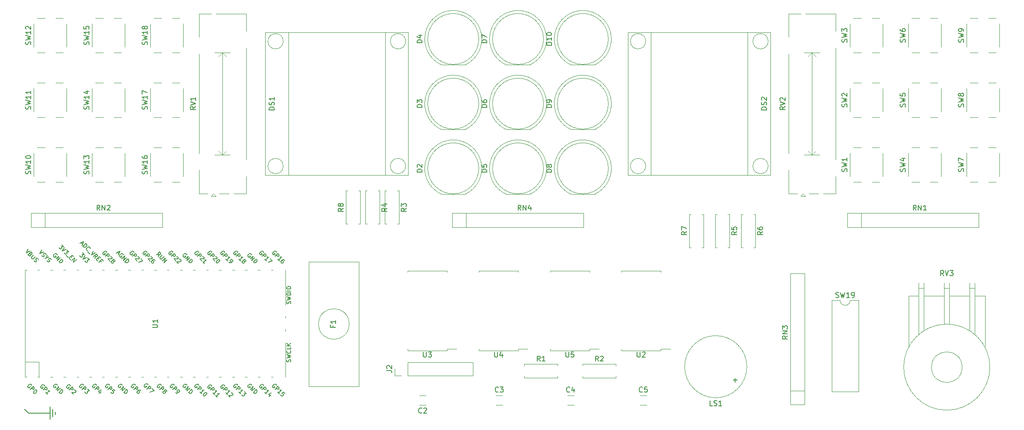
<source format=gbr>
%TF.GenerationSoftware,KiCad,Pcbnew,(5.1.10)-1*%
%TF.CreationDate,2021-07-10T16:23:30-04:00*%
%TF.ProjectId,RICM_pico,5249434d-5f70-4696-936f-2e6b69636164,rev?*%
%TF.SameCoordinates,Original*%
%TF.FileFunction,Legend,Top*%
%TF.FilePolarity,Positive*%
%FSLAX46Y46*%
G04 Gerber Fmt 4.6, Leading zero omitted, Abs format (unit mm)*
G04 Created by KiCad (PCBNEW (5.1.10)-1) date 2021-07-10 16:23:30*
%MOMM*%
%LPD*%
G01*
G04 APERTURE LIST*
%ADD10C,0.150000*%
%ADD11C,0.120000*%
G04 APERTURE END LIST*
D10*
X58496000Y-134728000D02*
X57746000Y-133978000D01*
X59246000Y-134728000D02*
X58496000Y-134728000D01*
X63746000Y-134478000D02*
X63746000Y-134978000D01*
X63246000Y-133978000D02*
X63246000Y-135478000D01*
X62746000Y-133478000D02*
X62746000Y-135978000D01*
X59246000Y-134728000D02*
X62746000Y-134728000D01*
D11*
%TO.C,RV3*%
X246946000Y-125728000D02*
G75*
G03*
X246946000Y-125728000I-8450000J0D01*
G01*
X237996000Y-110228000D02*
X238996000Y-110228000D01*
X238996000Y-110228000D02*
X238996000Y-117228000D01*
X237996000Y-117228000D02*
X237996000Y-110228000D01*
X238996000Y-110228000D02*
X238996000Y-109228000D01*
X237996000Y-110228000D02*
X237996000Y-109228000D01*
X233996000Y-110228000D02*
X232996000Y-110228000D01*
X232996000Y-110228000D02*
X232996000Y-109228000D01*
X233996000Y-110228000D02*
X233996000Y-109228000D01*
X233996000Y-110228000D02*
X233996000Y-118528000D01*
X232996000Y-110228000D02*
X232996000Y-119278000D01*
X243996000Y-110228000D02*
X242996000Y-110228000D01*
X242996000Y-110228000D02*
X242996000Y-109228000D01*
X243996000Y-110228000D02*
X243996000Y-109228000D01*
X242996000Y-110228000D02*
X242996000Y-118228000D01*
X243996000Y-110228000D02*
X243996000Y-118728000D01*
X243996000Y-118728000D02*
X243996000Y-119278000D01*
X242996000Y-118228000D02*
X242996000Y-118578000D01*
X232996000Y-111728000D02*
X230996000Y-111728000D01*
X230996000Y-111728000D02*
X230996000Y-121728000D01*
X233996000Y-111728000D02*
X237996000Y-111728000D01*
X238996000Y-111728000D02*
X242996000Y-111728000D01*
X243996000Y-111728000D02*
X245996000Y-111728000D01*
X245996000Y-111728000D02*
X245996000Y-121728000D01*
X241496000Y-125728000D02*
G75*
G03*
X241496000Y-125728000I-3000000J0D01*
G01*
%TO.C,F1*%
X123239000Y-105006000D02*
X123239000Y-129506000D01*
X123239000Y-129506000D02*
X113439000Y-129506000D01*
X113439000Y-129506000D02*
X113439000Y-105006000D01*
X113439000Y-105006000D02*
X123239000Y-105006000D01*
X121339000Y-117256000D02*
G75*
G03*
X121339000Y-117256000I-3000000J0D01*
G01*
%TO.C,C5*%
X178367000Y-131308000D02*
X179625000Y-131308000D01*
X178367000Y-133148000D02*
X179625000Y-133148000D01*
%TO.C,C4*%
X164117000Y-131308000D02*
X165375000Y-131308000D01*
X164117000Y-133148000D02*
X165375000Y-133148000D01*
%TO.C,C3*%
X150117000Y-131308000D02*
X151375000Y-131308000D01*
X150117000Y-133148000D02*
X151375000Y-133148000D01*
%TO.C,C2*%
X136375000Y-133148000D02*
X135117000Y-133148000D01*
X136375000Y-131308000D02*
X135117000Y-131308000D01*
%TO.C,D3*%
X139370000Y-79058000D02*
X144122000Y-79058000D01*
X146746000Y-73998000D02*
G75*
G03*
X146746000Y-73998000I-5000000J0D01*
G01*
X141741259Y-68408002D02*
G75*
G03*
X139370184Y-79058000I4741J-5589998D01*
G01*
X141750741Y-68408002D02*
G75*
G02*
X144121816Y-79058000I-4741J-5589998D01*
G01*
%TO.C,R6*%
X198196000Y-102238000D02*
X198526000Y-102238000D01*
X198196000Y-95698000D02*
X198196000Y-102238000D01*
X198526000Y-95698000D02*
X198196000Y-95698000D01*
X200936000Y-102238000D02*
X200606000Y-102238000D01*
X200936000Y-95698000D02*
X200936000Y-102238000D01*
X200606000Y-95698000D02*
X200936000Y-95698000D01*
%TO.C,R8*%
X123466000Y-91088000D02*
X123136000Y-91088000D01*
X123466000Y-97628000D02*
X123466000Y-91088000D01*
X123136000Y-97628000D02*
X123466000Y-97628000D01*
X120726000Y-91088000D02*
X121056000Y-91088000D01*
X120726000Y-97628000D02*
X120726000Y-91088000D01*
X121056000Y-97628000D02*
X120726000Y-97628000D01*
%TO.C,RN4*%
X144286000Y-95458000D02*
X144286000Y-98258000D01*
X167316000Y-95458000D02*
X141576000Y-95458000D01*
X167316000Y-98258000D02*
X167316000Y-95458000D01*
X141576000Y-98258000D02*
X167316000Y-98258000D01*
X141576000Y-95458000D02*
X141576000Y-98258000D01*
%TO.C,U5*%
X168466000Y-122183000D02*
X170281000Y-122183000D01*
X168466000Y-122448000D02*
X168466000Y-122183000D01*
X164606000Y-122448000D02*
X168466000Y-122448000D01*
X160746000Y-122448000D02*
X160746000Y-122183000D01*
X164606000Y-122448000D02*
X160746000Y-122448000D01*
X168466000Y-106828000D02*
X168466000Y-107093000D01*
X164606000Y-106828000D02*
X168466000Y-106828000D01*
X160746000Y-106828000D02*
X160746000Y-107093000D01*
X164606000Y-106828000D02*
X160746000Y-106828000D01*
%TO.C,U4*%
X154496000Y-122183000D02*
X156311000Y-122183000D01*
X154496000Y-122448000D02*
X154496000Y-122183000D01*
X150636000Y-122448000D02*
X154496000Y-122448000D01*
X146776000Y-122448000D02*
X146776000Y-122183000D01*
X150636000Y-122448000D02*
X146776000Y-122448000D01*
X154496000Y-106828000D02*
X154496000Y-107093000D01*
X150636000Y-106828000D02*
X154496000Y-106828000D01*
X146776000Y-106828000D02*
X146776000Y-107093000D01*
X150636000Y-106828000D02*
X146776000Y-106828000D01*
%TO.C,LS1*%
X199306000Y-125638000D02*
G75*
G03*
X199306000Y-125638000I-6100000J0D01*
G01*
%TO.C,DS2*%
X180476000Y-87998000D02*
X180476000Y-59998000D01*
X203976000Y-59998000D02*
X203976000Y-73998000D01*
X175976000Y-59998000D02*
X203976000Y-59998000D01*
X175976000Y-87998000D02*
X175976000Y-59998000D01*
X203976000Y-87998000D02*
X175976000Y-87998000D01*
X203976000Y-73998000D02*
X203976000Y-87998000D01*
X179476000Y-61748000D02*
G75*
G03*
X179476000Y-61748000I-1500000J0D01*
G01*
X179476000Y-86248000D02*
G75*
G03*
X179476000Y-86248000I-1500000J0D01*
G01*
X203476000Y-86248000D02*
G75*
G03*
X203476000Y-86248000I-1500000J0D01*
G01*
X203476000Y-61748000D02*
G75*
G03*
X203476000Y-61748000I-1500000J0D01*
G01*
X199476000Y-59998000D02*
X199476000Y-87998000D01*
%TO.C,DS1*%
X128416000Y-59998000D02*
X128416000Y-87998000D01*
X104916000Y-87998000D02*
X104916000Y-73998000D01*
X132916000Y-87998000D02*
X104916000Y-87998000D01*
X132916000Y-59998000D02*
X132916000Y-87998000D01*
X104916000Y-59998000D02*
X132916000Y-59998000D01*
X104916000Y-73998000D02*
X104916000Y-59998000D01*
X132416000Y-86248000D02*
G75*
G03*
X132416000Y-86248000I-1500000J0D01*
G01*
X132416000Y-61748000D02*
G75*
G03*
X132416000Y-61748000I-1500000J0D01*
G01*
X108416000Y-61748000D02*
G75*
G03*
X108416000Y-61748000I-1500000J0D01*
G01*
X108416000Y-86248000D02*
G75*
G03*
X108416000Y-86248000I-1500000J0D01*
G01*
X109416000Y-87998000D02*
X109416000Y-59998000D01*
%TO.C,R7*%
X190776000Y-95698000D02*
X190446000Y-95698000D01*
X190776000Y-102238000D02*
X190776000Y-95698000D01*
X190446000Y-102238000D02*
X190776000Y-102238000D01*
X188036000Y-95698000D02*
X188366000Y-95698000D01*
X188036000Y-102238000D02*
X188036000Y-95698000D01*
X188366000Y-102238000D02*
X188036000Y-102238000D01*
%TO.C,R5*%
X193116000Y-102238000D02*
X193446000Y-102238000D01*
X193116000Y-95698000D02*
X193116000Y-102238000D01*
X193446000Y-95698000D02*
X193116000Y-95698000D01*
X195856000Y-102238000D02*
X195526000Y-102238000D01*
X195856000Y-95698000D02*
X195856000Y-102238000D01*
X195526000Y-95698000D02*
X195856000Y-95698000D01*
%TO.C,R4*%
X124536000Y-97628000D02*
X124866000Y-97628000D01*
X124536000Y-91088000D02*
X124536000Y-97628000D01*
X124866000Y-91088000D02*
X124536000Y-91088000D01*
X127276000Y-97628000D02*
X126946000Y-97628000D01*
X127276000Y-91088000D02*
X127276000Y-97628000D01*
X126946000Y-91088000D02*
X127276000Y-91088000D01*
%TO.C,R3*%
X128346000Y-97628000D02*
X128676000Y-97628000D01*
X128346000Y-91088000D02*
X128346000Y-97628000D01*
X128676000Y-91088000D02*
X128346000Y-91088000D01*
X131086000Y-97628000D02*
X130756000Y-97628000D01*
X131086000Y-91088000D02*
X131086000Y-97628000D01*
X130756000Y-91088000D02*
X131086000Y-91088000D01*
%TO.C,D10*%
X164770000Y-66358000D02*
X169522000Y-66358000D01*
X172146000Y-61298000D02*
G75*
G03*
X172146000Y-61298000I-5000000J0D01*
G01*
X167141259Y-55708002D02*
G75*
G03*
X164770184Y-66358000I4741J-5589998D01*
G01*
X167150741Y-55708002D02*
G75*
G02*
X169521816Y-66358000I-4741J-5589998D01*
G01*
%TO.C,D9*%
X164770000Y-79058000D02*
X169522000Y-79058000D01*
X172146000Y-73998000D02*
G75*
G03*
X172146000Y-73998000I-5000000J0D01*
G01*
X167141259Y-68408002D02*
G75*
G03*
X164770184Y-79058000I4741J-5589998D01*
G01*
X167150741Y-68408002D02*
G75*
G02*
X169521816Y-79058000I-4741J-5589998D01*
G01*
%TO.C,D8*%
X164770000Y-91758000D02*
X169522000Y-91758000D01*
X172146000Y-86698000D02*
G75*
G03*
X172146000Y-86698000I-5000000J0D01*
G01*
X167141259Y-81108002D02*
G75*
G03*
X164770184Y-91758000I4741J-5589998D01*
G01*
X167150741Y-81108002D02*
G75*
G02*
X169521816Y-91758000I-4741J-5589998D01*
G01*
%TO.C,D7*%
X152070000Y-66358000D02*
X156822000Y-66358000D01*
X159446000Y-61298000D02*
G75*
G03*
X159446000Y-61298000I-5000000J0D01*
G01*
X154441259Y-55708002D02*
G75*
G03*
X152070184Y-66358000I4741J-5589998D01*
G01*
X154450741Y-55708002D02*
G75*
G02*
X156821816Y-66358000I-4741J-5589998D01*
G01*
%TO.C,D6*%
X152070000Y-79058000D02*
X156822000Y-79058000D01*
X159446000Y-73998000D02*
G75*
G03*
X159446000Y-73998000I-5000000J0D01*
G01*
X154441259Y-68408002D02*
G75*
G03*
X152070184Y-79058000I4741J-5589998D01*
G01*
X154450741Y-68408002D02*
G75*
G02*
X156821816Y-79058000I-4741J-5589998D01*
G01*
%TO.C,D5*%
X152070000Y-91758000D02*
X156822000Y-91758000D01*
X159446000Y-86698000D02*
G75*
G03*
X159446000Y-86698000I-5000000J0D01*
G01*
X154441259Y-81108002D02*
G75*
G03*
X152070184Y-91758000I4741J-5589998D01*
G01*
X154450741Y-81108002D02*
G75*
G02*
X156821816Y-91758000I-4741J-5589998D01*
G01*
%TO.C,D4*%
X139370000Y-66358000D02*
X144122000Y-66358000D01*
X146746000Y-61298000D02*
G75*
G03*
X146746000Y-61298000I-5000000J0D01*
G01*
X141741259Y-55708002D02*
G75*
G03*
X139370184Y-66358000I4741J-5589998D01*
G01*
X141750741Y-55708002D02*
G75*
G02*
X144121816Y-66358000I-4741J-5589998D01*
G01*
%TO.C,D2*%
X139370000Y-91758000D02*
X144122000Y-91758000D01*
X146746000Y-86698000D02*
G75*
G03*
X146746000Y-86698000I-5000000J0D01*
G01*
X141741259Y-81108002D02*
G75*
G03*
X139370184Y-91758000I4741J-5589998D01*
G01*
X141750741Y-81108002D02*
G75*
G02*
X144121816Y-91758000I-4741J-5589998D01*
G01*
%TO.C,R2*%
X173646000Y-127838000D02*
X173646000Y-127508000D01*
X167106000Y-127838000D02*
X173646000Y-127838000D01*
X167106000Y-127508000D02*
X167106000Y-127838000D01*
X173646000Y-125098000D02*
X173646000Y-125428000D01*
X167106000Y-125098000D02*
X173646000Y-125098000D01*
X167106000Y-125428000D02*
X167106000Y-125098000D01*
%TO.C,J2*%
X130256000Y-127398000D02*
X130256000Y-126068000D01*
X131586000Y-127398000D02*
X130256000Y-127398000D01*
X132856000Y-127398000D02*
X132856000Y-124738000D01*
X132856000Y-124738000D02*
X145616000Y-124738000D01*
X132856000Y-127398000D02*
X145616000Y-127398000D01*
X145616000Y-127398000D02*
X145616000Y-124738000D01*
%TO.C,U3*%
X140526000Y-122183000D02*
X142341000Y-122183000D01*
X140526000Y-122448000D02*
X140526000Y-122183000D01*
X136666000Y-122448000D02*
X140526000Y-122448000D01*
X132806000Y-122448000D02*
X132806000Y-122183000D01*
X136666000Y-122448000D02*
X132806000Y-122448000D01*
X140526000Y-106828000D02*
X140526000Y-107093000D01*
X136666000Y-106828000D02*
X140526000Y-106828000D01*
X132806000Y-106828000D02*
X132806000Y-107093000D01*
X136666000Y-106828000D02*
X132806000Y-106828000D01*
%TO.C,SW19*%
X221217000Y-112589000D02*
X219567000Y-112589000D01*
X221217000Y-130489000D02*
X221217000Y-112589000D01*
X215917000Y-130489000D02*
X221217000Y-130489000D01*
X215917000Y-112589000D02*
X215917000Y-130489000D01*
X217567000Y-112589000D02*
X215917000Y-112589000D01*
X219567000Y-112589000D02*
G75*
G02*
X217567000Y-112589000I-1000000J0D01*
G01*
%TO.C,SW18*%
X86652000Y-63990400D02*
X88152000Y-63990400D01*
X88152000Y-57234000D02*
X86652000Y-57234000D01*
X84572000Y-57234000D02*
X83072000Y-57234000D01*
X82326000Y-58338000D02*
X82326000Y-62838000D01*
X83072000Y-63990400D02*
X84572000Y-63990400D01*
X88826000Y-62838000D02*
X88826000Y-58338000D01*
%TO.C,SW17*%
X86652000Y-76690400D02*
X88152000Y-76690400D01*
X88152000Y-69934000D02*
X86652000Y-69934000D01*
X84572000Y-69934000D02*
X83072000Y-69934000D01*
X82326000Y-71038000D02*
X82326000Y-75538000D01*
X83072000Y-76690400D02*
X84572000Y-76690400D01*
X88826000Y-75538000D02*
X88826000Y-71038000D01*
%TO.C,SW16*%
X86652000Y-89390400D02*
X88152000Y-89390400D01*
X88152000Y-82634000D02*
X86652000Y-82634000D01*
X84572000Y-82634000D02*
X83072000Y-82634000D01*
X82326000Y-83738000D02*
X82326000Y-88238000D01*
X83072000Y-89390400D02*
X84572000Y-89390400D01*
X88826000Y-88238000D02*
X88826000Y-83738000D01*
%TO.C,SW15*%
X75222000Y-63990400D02*
X76722000Y-63990400D01*
X76722000Y-57234000D02*
X75222000Y-57234000D01*
X73142000Y-57234000D02*
X71642000Y-57234000D01*
X70896000Y-58338000D02*
X70896000Y-62838000D01*
X71642000Y-63990400D02*
X73142000Y-63990400D01*
X77396000Y-62838000D02*
X77396000Y-58338000D01*
%TO.C,SW14*%
X75222000Y-76690400D02*
X76722000Y-76690400D01*
X76722000Y-69934000D02*
X75222000Y-69934000D01*
X73142000Y-69934000D02*
X71642000Y-69934000D01*
X70896000Y-71038000D02*
X70896000Y-75538000D01*
X71642000Y-76690400D02*
X73142000Y-76690400D01*
X77396000Y-75538000D02*
X77396000Y-71038000D01*
%TO.C,SW13*%
X75222000Y-89390400D02*
X76722000Y-89390400D01*
X76722000Y-82634000D02*
X75222000Y-82634000D01*
X73142000Y-82634000D02*
X71642000Y-82634000D01*
X70896000Y-83738000D02*
X70896000Y-88238000D01*
X71642000Y-89390400D02*
X73142000Y-89390400D01*
X77396000Y-88238000D02*
X77396000Y-83738000D01*
%TO.C,SW12*%
X63792000Y-63990400D02*
X65292000Y-63990400D01*
X65292000Y-57234000D02*
X63792000Y-57234000D01*
X61712000Y-57234000D02*
X60212000Y-57234000D01*
X59466000Y-58338000D02*
X59466000Y-62838000D01*
X60212000Y-63990400D02*
X61712000Y-63990400D01*
X65966000Y-62838000D02*
X65966000Y-58338000D01*
%TO.C,SW11*%
X63792000Y-76690400D02*
X65292000Y-76690400D01*
X65292000Y-69934000D02*
X63792000Y-69934000D01*
X61712000Y-69934000D02*
X60212000Y-69934000D01*
X59466000Y-71038000D02*
X59466000Y-75538000D01*
X60212000Y-76690400D02*
X61712000Y-76690400D01*
X65966000Y-75538000D02*
X65966000Y-71038000D01*
%TO.C,SW10*%
X63792000Y-89390400D02*
X65292000Y-89390400D01*
X65292000Y-82634000D02*
X63792000Y-82634000D01*
X61712000Y-82634000D02*
X60212000Y-82634000D01*
X59466000Y-83738000D02*
X59466000Y-88238000D01*
X60212000Y-89390400D02*
X61712000Y-89390400D01*
X65966000Y-88238000D02*
X65966000Y-83738000D01*
%TO.C,RN3*%
X207818000Y-130337000D02*
X210618000Y-130337000D01*
X207818000Y-107307000D02*
X207818000Y-133047000D01*
X210618000Y-107307000D02*
X207818000Y-107307000D01*
X210618000Y-133047000D02*
X210618000Y-107307000D01*
X207818000Y-133047000D02*
X210618000Y-133047000D01*
%TO.C,RN2*%
X61736000Y-95458000D02*
X61736000Y-98258000D01*
X84766000Y-95458000D02*
X59026000Y-95458000D01*
X84766000Y-98258000D02*
X84766000Y-95458000D01*
X59026000Y-98258000D02*
X84766000Y-98258000D01*
X59026000Y-95458000D02*
X59026000Y-98258000D01*
%TO.C,R1*%
X162216000Y-127838000D02*
X162216000Y-127508000D01*
X155676000Y-127838000D02*
X162216000Y-127838000D01*
X155676000Y-127508000D02*
X155676000Y-127838000D01*
X162216000Y-125098000D02*
X162216000Y-125428000D01*
X155676000Y-125098000D02*
X162216000Y-125098000D01*
X155676000Y-125428000D02*
X155676000Y-125098000D01*
%TO.C,U2*%
X182436000Y-122183000D02*
X184251000Y-122183000D01*
X182436000Y-122448000D02*
X182436000Y-122183000D01*
X178576000Y-122448000D02*
X182436000Y-122448000D01*
X174716000Y-122448000D02*
X174716000Y-122183000D01*
X178576000Y-122448000D02*
X174716000Y-122448000D01*
X182436000Y-106828000D02*
X182436000Y-107093000D01*
X178576000Y-106828000D02*
X182436000Y-106828000D01*
X174716000Y-106828000D02*
X174716000Y-107093000D01*
X178576000Y-106828000D02*
X174716000Y-106828000D01*
%TO.C,U1*%
X57826000Y-127678000D02*
X57826000Y-106678000D01*
X108826000Y-120878000D02*
X108826000Y-127678000D01*
X60493000Y-127678000D02*
X60493000Y-124671000D01*
X60493000Y-124671000D02*
X57826000Y-124671000D01*
X57826000Y-127678000D02*
X58126000Y-127678000D01*
X60226000Y-127678000D02*
X60626000Y-127678000D01*
X62826000Y-127678000D02*
X63226000Y-127678000D01*
X65326000Y-127678000D02*
X65726000Y-127678000D01*
X67926000Y-127678000D02*
X68326000Y-127678000D01*
X70426000Y-127678000D02*
X70826000Y-127678000D01*
X72926000Y-127678000D02*
X73326000Y-127678000D01*
X75526000Y-127678000D02*
X75926000Y-127678000D01*
X78026000Y-127678000D02*
X78426000Y-127678000D01*
X80626000Y-127678000D02*
X81026000Y-127678000D01*
X83126000Y-127678000D02*
X83526000Y-127678000D01*
X85626000Y-127678000D02*
X86026000Y-127678000D01*
X88226000Y-127678000D02*
X88626000Y-127678000D01*
X90726000Y-127678000D02*
X91126000Y-127678000D01*
X93326000Y-127678000D02*
X93726000Y-127678000D01*
X95826000Y-127678000D02*
X96226000Y-127678000D01*
X98426000Y-127678000D02*
X98826000Y-127678000D01*
X100926000Y-127678000D02*
X101326000Y-127678000D01*
X103426000Y-127678000D02*
X103826000Y-127678000D01*
X106026000Y-127678000D02*
X106426000Y-127678000D01*
X72926000Y-106678000D02*
X73326000Y-106678000D01*
X78026000Y-106678000D02*
X78426000Y-106678000D01*
X85626000Y-106678000D02*
X86026000Y-106678000D01*
X93326000Y-106678000D02*
X93726000Y-106678000D01*
X62826000Y-106678000D02*
X63226000Y-106678000D01*
X60226000Y-106678000D02*
X60626000Y-106678000D01*
X67926000Y-106678000D02*
X68326000Y-106678000D01*
X100926000Y-106678000D02*
X101326000Y-106678000D01*
X106026000Y-106678000D02*
X106426000Y-106678000D01*
X103426000Y-106678000D02*
X103826000Y-106678000D01*
X88226000Y-106678000D02*
X88626000Y-106678000D01*
X83126000Y-106678000D02*
X83526000Y-106678000D01*
X70426000Y-106678000D02*
X70826000Y-106678000D01*
X75526000Y-106678000D02*
X75926000Y-106678000D01*
X95826000Y-106678000D02*
X96226000Y-106678000D01*
X80626000Y-106678000D02*
X81026000Y-106678000D01*
X57826000Y-106678000D02*
X58126000Y-106678000D01*
X65326000Y-106678000D02*
X65726000Y-106678000D01*
X90726000Y-106678000D02*
X91126000Y-106678000D01*
X98426000Y-106678000D02*
X98826000Y-106678000D01*
X108826000Y-106678000D02*
X108826000Y-113478000D01*
X108826000Y-118678000D02*
X108826000Y-118278000D01*
X108826000Y-116078000D02*
X108826000Y-115678000D01*
%TO.C,SW9*%
X246672000Y-63990400D02*
X248172000Y-63990400D01*
X248172000Y-57234000D02*
X246672000Y-57234000D01*
X244592000Y-57234000D02*
X243092000Y-57234000D01*
X242346000Y-58338000D02*
X242346000Y-62838000D01*
X243092000Y-63990400D02*
X244592000Y-63990400D01*
X248846000Y-62838000D02*
X248846000Y-58338000D01*
%TO.C,SW8*%
X246672000Y-76690400D02*
X248172000Y-76690400D01*
X248172000Y-69934000D02*
X246672000Y-69934000D01*
X244592000Y-69934000D02*
X243092000Y-69934000D01*
X242346000Y-71038000D02*
X242346000Y-75538000D01*
X243092000Y-76690400D02*
X244592000Y-76690400D01*
X248846000Y-75538000D02*
X248846000Y-71038000D01*
%TO.C,SW7*%
X246672000Y-89390400D02*
X248172000Y-89390400D01*
X248172000Y-82634000D02*
X246672000Y-82634000D01*
X244592000Y-82634000D02*
X243092000Y-82634000D01*
X242346000Y-83738000D02*
X242346000Y-88238000D01*
X243092000Y-89390400D02*
X244592000Y-89390400D01*
X248846000Y-88238000D02*
X248846000Y-83738000D01*
%TO.C,SW6*%
X235242000Y-63990400D02*
X236742000Y-63990400D01*
X236742000Y-57234000D02*
X235242000Y-57234000D01*
X233162000Y-57234000D02*
X231662000Y-57234000D01*
X230916000Y-58338000D02*
X230916000Y-62838000D01*
X231662000Y-63990400D02*
X233162000Y-63990400D01*
X237416000Y-62838000D02*
X237416000Y-58338000D01*
%TO.C,SW5*%
X235242000Y-76690400D02*
X236742000Y-76690400D01*
X236742000Y-69934000D02*
X235242000Y-69934000D01*
X233162000Y-69934000D02*
X231662000Y-69934000D01*
X230916000Y-71038000D02*
X230916000Y-75538000D01*
X231662000Y-76690400D02*
X233162000Y-76690400D01*
X237416000Y-75538000D02*
X237416000Y-71038000D01*
%TO.C,SW4*%
X235242000Y-89390400D02*
X236742000Y-89390400D01*
X236742000Y-82634000D02*
X235242000Y-82634000D01*
X233162000Y-82634000D02*
X231662000Y-82634000D01*
X230916000Y-83738000D02*
X230916000Y-88238000D01*
X231662000Y-89390400D02*
X233162000Y-89390400D01*
X237416000Y-88238000D02*
X237416000Y-83738000D01*
%TO.C,SW3*%
X223812000Y-63990400D02*
X225312000Y-63990400D01*
X225312000Y-57234000D02*
X223812000Y-57234000D01*
X221732000Y-57234000D02*
X220232000Y-57234000D01*
X219486000Y-58338000D02*
X219486000Y-62838000D01*
X220232000Y-63990400D02*
X221732000Y-63990400D01*
X225986000Y-62838000D02*
X225986000Y-58338000D01*
%TO.C,SW2*%
X223812000Y-76690400D02*
X225312000Y-76690400D01*
X225312000Y-69934000D02*
X223812000Y-69934000D01*
X221732000Y-69934000D02*
X220232000Y-69934000D01*
X219486000Y-71038000D02*
X219486000Y-75538000D01*
X220232000Y-76690400D02*
X221732000Y-76690400D01*
X225986000Y-75538000D02*
X225986000Y-71038000D01*
%TO.C,SW1*%
X223812000Y-89390400D02*
X225312000Y-89390400D01*
X225312000Y-82634000D02*
X223812000Y-82634000D01*
X221732000Y-82634000D02*
X220232000Y-82634000D01*
X219486000Y-83738000D02*
X219486000Y-88238000D01*
X220232000Y-89390400D02*
X221732000Y-89390400D01*
X225986000Y-88238000D02*
X225986000Y-83738000D01*
%TO.C,RV2*%
X212076000Y-64008000D02*
X212826000Y-64758000D01*
X211326000Y-64758000D02*
X212076000Y-64008000D01*
X210576000Y-64008000D02*
X213576000Y-64008000D01*
X212076000Y-84008000D02*
X212826000Y-83258000D01*
X211326000Y-83258000D02*
X212076000Y-84008000D01*
X210576000Y-84008000D02*
X213576000Y-84008000D01*
X212076000Y-84008000D02*
X212076000Y-64008000D01*
X210826000Y-92183000D02*
X210326000Y-91683000D01*
X209826000Y-92183000D02*
X210826000Y-92183000D01*
X210326000Y-91683000D02*
X209826000Y-92183000D01*
X210782000Y-56388000D02*
X216696000Y-56388000D01*
X207456000Y-56388000D02*
X209870000Y-56388000D01*
X214282000Y-91628000D02*
X216696000Y-91628000D01*
X211501000Y-91628000D02*
X213371000Y-91628000D01*
X207456000Y-91628000D02*
X209151000Y-91628000D01*
X216696000Y-59772000D02*
X216696000Y-56388000D01*
X216696000Y-84972000D02*
X216696000Y-63043000D01*
X216696000Y-91628000D02*
X216696000Y-88243000D01*
X207456000Y-60972000D02*
X207456000Y-56388000D01*
X207456000Y-83772000D02*
X207456000Y-64243000D01*
X207456000Y-91628000D02*
X207456000Y-87043000D01*
%TO.C,RV1*%
X96506000Y-64008000D02*
X97256000Y-64758000D01*
X95756000Y-64758000D02*
X96506000Y-64008000D01*
X95006000Y-64008000D02*
X98006000Y-64008000D01*
X96506000Y-84008000D02*
X97256000Y-83258000D01*
X95756000Y-83258000D02*
X96506000Y-84008000D01*
X95006000Y-84008000D02*
X98006000Y-84008000D01*
X96506000Y-84008000D02*
X96506000Y-64008000D01*
X95256000Y-92183000D02*
X94756000Y-91683000D01*
X94256000Y-92183000D02*
X95256000Y-92183000D01*
X94756000Y-91683000D02*
X94256000Y-92183000D01*
X95212000Y-56388000D02*
X101126000Y-56388000D01*
X91886000Y-56388000D02*
X94300000Y-56388000D01*
X98712000Y-91628000D02*
X101126000Y-91628000D01*
X95931000Y-91628000D02*
X97801000Y-91628000D01*
X91886000Y-91628000D02*
X93581000Y-91628000D01*
X101126000Y-59772000D02*
X101126000Y-56388000D01*
X101126000Y-84972000D02*
X101126000Y-63043000D01*
X101126000Y-91628000D02*
X101126000Y-88243000D01*
X91886000Y-60972000D02*
X91886000Y-56388000D01*
X91886000Y-83772000D02*
X91886000Y-64243000D01*
X91886000Y-91628000D02*
X91886000Y-87043000D01*
%TO.C,RN1*%
X221756000Y-95458000D02*
X221756000Y-98258000D01*
X244786000Y-95458000D02*
X219046000Y-95458000D01*
X244786000Y-98258000D02*
X244786000Y-95458000D01*
X219046000Y-98258000D02*
X244786000Y-98258000D01*
X219046000Y-95458000D02*
X219046000Y-98258000D01*
%TO.C,RV3*%
D10*
X237900761Y-107775380D02*
X237567428Y-107299190D01*
X237329333Y-107775380D02*
X237329333Y-106775380D01*
X237710285Y-106775380D01*
X237805523Y-106823000D01*
X237853142Y-106870619D01*
X237900761Y-106965857D01*
X237900761Y-107108714D01*
X237853142Y-107203952D01*
X237805523Y-107251571D01*
X237710285Y-107299190D01*
X237329333Y-107299190D01*
X238186476Y-106775380D02*
X238519809Y-107775380D01*
X238853142Y-106775380D01*
X239091238Y-106775380D02*
X239710285Y-106775380D01*
X239376952Y-107156333D01*
X239519809Y-107156333D01*
X239615047Y-107203952D01*
X239662666Y-107251571D01*
X239710285Y-107346809D01*
X239710285Y-107584904D01*
X239662666Y-107680142D01*
X239615047Y-107727761D01*
X239519809Y-107775380D01*
X239234095Y-107775380D01*
X239138857Y-107727761D01*
X239091238Y-107680142D01*
%TO.C,F1*%
X118167571Y-117589333D02*
X118167571Y-117922666D01*
X118691380Y-117922666D02*
X117691380Y-117922666D01*
X117691380Y-117446476D01*
X118691380Y-116541714D02*
X118691380Y-117113142D01*
X118691380Y-116827428D02*
X117691380Y-116827428D01*
X117834238Y-116922666D01*
X117929476Y-117017904D01*
X117977095Y-117113142D01*
%TO.C,C5*%
X178829333Y-130535142D02*
X178781714Y-130582761D01*
X178638857Y-130630380D01*
X178543619Y-130630380D01*
X178400761Y-130582761D01*
X178305523Y-130487523D01*
X178257904Y-130392285D01*
X178210285Y-130201809D01*
X178210285Y-130058952D01*
X178257904Y-129868476D01*
X178305523Y-129773238D01*
X178400761Y-129678000D01*
X178543619Y-129630380D01*
X178638857Y-129630380D01*
X178781714Y-129678000D01*
X178829333Y-129725619D01*
X179734095Y-129630380D02*
X179257904Y-129630380D01*
X179210285Y-130106571D01*
X179257904Y-130058952D01*
X179353142Y-130011333D01*
X179591238Y-130011333D01*
X179686476Y-130058952D01*
X179734095Y-130106571D01*
X179781714Y-130201809D01*
X179781714Y-130439904D01*
X179734095Y-130535142D01*
X179686476Y-130582761D01*
X179591238Y-130630380D01*
X179353142Y-130630380D01*
X179257904Y-130582761D01*
X179210285Y-130535142D01*
%TO.C,C4*%
X164579333Y-130535142D02*
X164531714Y-130582761D01*
X164388857Y-130630380D01*
X164293619Y-130630380D01*
X164150761Y-130582761D01*
X164055523Y-130487523D01*
X164007904Y-130392285D01*
X163960285Y-130201809D01*
X163960285Y-130058952D01*
X164007904Y-129868476D01*
X164055523Y-129773238D01*
X164150761Y-129678000D01*
X164293619Y-129630380D01*
X164388857Y-129630380D01*
X164531714Y-129678000D01*
X164579333Y-129725619D01*
X165436476Y-129963714D02*
X165436476Y-130630380D01*
X165198380Y-129582761D02*
X164960285Y-130297047D01*
X165579333Y-130297047D01*
%TO.C,C3*%
X150579333Y-130535142D02*
X150531714Y-130582761D01*
X150388857Y-130630380D01*
X150293619Y-130630380D01*
X150150761Y-130582761D01*
X150055523Y-130487523D01*
X150007904Y-130392285D01*
X149960285Y-130201809D01*
X149960285Y-130058952D01*
X150007904Y-129868476D01*
X150055523Y-129773238D01*
X150150761Y-129678000D01*
X150293619Y-129630380D01*
X150388857Y-129630380D01*
X150531714Y-129678000D01*
X150579333Y-129725619D01*
X150912666Y-129630380D02*
X151531714Y-129630380D01*
X151198380Y-130011333D01*
X151341238Y-130011333D01*
X151436476Y-130058952D01*
X151484095Y-130106571D01*
X151531714Y-130201809D01*
X151531714Y-130439904D01*
X151484095Y-130535142D01*
X151436476Y-130582761D01*
X151341238Y-130630380D01*
X151055523Y-130630380D01*
X150960285Y-130582761D01*
X150912666Y-130535142D01*
%TO.C,C2*%
X135579333Y-134635142D02*
X135531714Y-134682761D01*
X135388857Y-134730380D01*
X135293619Y-134730380D01*
X135150761Y-134682761D01*
X135055523Y-134587523D01*
X135007904Y-134492285D01*
X134960285Y-134301809D01*
X134960285Y-134158952D01*
X135007904Y-133968476D01*
X135055523Y-133873238D01*
X135150761Y-133778000D01*
X135293619Y-133730380D01*
X135388857Y-133730380D01*
X135531714Y-133778000D01*
X135579333Y-133825619D01*
X135960285Y-133825619D02*
X136007904Y-133778000D01*
X136103142Y-133730380D01*
X136341238Y-133730380D01*
X136436476Y-133778000D01*
X136484095Y-133825619D01*
X136531714Y-133920857D01*
X136531714Y-134016095D01*
X136484095Y-134158952D01*
X135912666Y-134730380D01*
X136531714Y-134730380D01*
%TO.C,D3*%
X135638380Y-74736095D02*
X134638380Y-74736095D01*
X134638380Y-74498000D01*
X134686000Y-74355142D01*
X134781238Y-74259904D01*
X134876476Y-74212285D01*
X135066952Y-74164666D01*
X135209809Y-74164666D01*
X135400285Y-74212285D01*
X135495523Y-74259904D01*
X135590761Y-74355142D01*
X135638380Y-74498000D01*
X135638380Y-74736095D01*
X134638380Y-73831333D02*
X134638380Y-73212285D01*
X135019333Y-73545619D01*
X135019333Y-73402761D01*
X135066952Y-73307523D01*
X135114571Y-73259904D01*
X135209809Y-73212285D01*
X135447904Y-73212285D01*
X135543142Y-73259904D01*
X135590761Y-73307523D01*
X135638380Y-73402761D01*
X135638380Y-73688476D01*
X135590761Y-73783714D01*
X135543142Y-73831333D01*
%TO.C,R6*%
X202388380Y-99134666D02*
X201912190Y-99468000D01*
X202388380Y-99706095D02*
X201388380Y-99706095D01*
X201388380Y-99325142D01*
X201436000Y-99229904D01*
X201483619Y-99182285D01*
X201578857Y-99134666D01*
X201721714Y-99134666D01*
X201816952Y-99182285D01*
X201864571Y-99229904D01*
X201912190Y-99325142D01*
X201912190Y-99706095D01*
X201388380Y-98277523D02*
X201388380Y-98468000D01*
X201436000Y-98563238D01*
X201483619Y-98610857D01*
X201626476Y-98706095D01*
X201816952Y-98753714D01*
X202197904Y-98753714D01*
X202293142Y-98706095D01*
X202340761Y-98658476D01*
X202388380Y-98563238D01*
X202388380Y-98372761D01*
X202340761Y-98277523D01*
X202293142Y-98229904D01*
X202197904Y-98182285D01*
X201959809Y-98182285D01*
X201864571Y-98229904D01*
X201816952Y-98277523D01*
X201769333Y-98372761D01*
X201769333Y-98563238D01*
X201816952Y-98658476D01*
X201864571Y-98706095D01*
X201959809Y-98753714D01*
%TO.C,R8*%
X120178380Y-94524666D02*
X119702190Y-94858000D01*
X120178380Y-95096095D02*
X119178380Y-95096095D01*
X119178380Y-94715142D01*
X119226000Y-94619904D01*
X119273619Y-94572285D01*
X119368857Y-94524666D01*
X119511714Y-94524666D01*
X119606952Y-94572285D01*
X119654571Y-94619904D01*
X119702190Y-94715142D01*
X119702190Y-95096095D01*
X119606952Y-93953238D02*
X119559333Y-94048476D01*
X119511714Y-94096095D01*
X119416476Y-94143714D01*
X119368857Y-94143714D01*
X119273619Y-94096095D01*
X119226000Y-94048476D01*
X119178380Y-93953238D01*
X119178380Y-93762761D01*
X119226000Y-93667523D01*
X119273619Y-93619904D01*
X119368857Y-93572285D01*
X119416476Y-93572285D01*
X119511714Y-93619904D01*
X119559333Y-93667523D01*
X119606952Y-93762761D01*
X119606952Y-93953238D01*
X119654571Y-94048476D01*
X119702190Y-94096095D01*
X119797428Y-94143714D01*
X119987904Y-94143714D01*
X120083142Y-94096095D01*
X120130761Y-94048476D01*
X120178380Y-93953238D01*
X120178380Y-93762761D01*
X120130761Y-93667523D01*
X120083142Y-93619904D01*
X119987904Y-93572285D01*
X119797428Y-93572285D01*
X119702190Y-93619904D01*
X119654571Y-93667523D01*
X119606952Y-93762761D01*
%TO.C,RN4*%
X155025523Y-94910380D02*
X154692190Y-94434190D01*
X154454095Y-94910380D02*
X154454095Y-93910380D01*
X154835047Y-93910380D01*
X154930285Y-93958000D01*
X154977904Y-94005619D01*
X155025523Y-94100857D01*
X155025523Y-94243714D01*
X154977904Y-94338952D01*
X154930285Y-94386571D01*
X154835047Y-94434190D01*
X154454095Y-94434190D01*
X155454095Y-94910380D02*
X155454095Y-93910380D01*
X156025523Y-94910380D01*
X156025523Y-93910380D01*
X156930285Y-94243714D02*
X156930285Y-94910380D01*
X156692190Y-93862761D02*
X156454095Y-94577047D01*
X157073142Y-94577047D01*
%TO.C,U5*%
X163844095Y-122740380D02*
X163844095Y-123549904D01*
X163891714Y-123645142D01*
X163939333Y-123692761D01*
X164034571Y-123740380D01*
X164225047Y-123740380D01*
X164320285Y-123692761D01*
X164367904Y-123645142D01*
X164415523Y-123549904D01*
X164415523Y-122740380D01*
X165367904Y-122740380D02*
X164891714Y-122740380D01*
X164844095Y-123216571D01*
X164891714Y-123168952D01*
X164986952Y-123121333D01*
X165225047Y-123121333D01*
X165320285Y-123168952D01*
X165367904Y-123216571D01*
X165415523Y-123311809D01*
X165415523Y-123549904D01*
X165367904Y-123645142D01*
X165320285Y-123692761D01*
X165225047Y-123740380D01*
X164986952Y-123740380D01*
X164891714Y-123692761D01*
X164844095Y-123645142D01*
%TO.C,U4*%
X149874095Y-122740380D02*
X149874095Y-123549904D01*
X149921714Y-123645142D01*
X149969333Y-123692761D01*
X150064571Y-123740380D01*
X150255047Y-123740380D01*
X150350285Y-123692761D01*
X150397904Y-123645142D01*
X150445523Y-123549904D01*
X150445523Y-122740380D01*
X151350285Y-123073714D02*
X151350285Y-123740380D01*
X151112190Y-122692761D02*
X150874095Y-123407047D01*
X151493142Y-123407047D01*
%TO.C,LS1*%
X192563142Y-133290380D02*
X192086952Y-133290380D01*
X192086952Y-132290380D01*
X192848857Y-133242761D02*
X192991714Y-133290380D01*
X193229809Y-133290380D01*
X193325047Y-133242761D01*
X193372666Y-133195142D01*
X193420285Y-133099904D01*
X193420285Y-133004666D01*
X193372666Y-132909428D01*
X193325047Y-132861809D01*
X193229809Y-132814190D01*
X193039333Y-132766571D01*
X192944095Y-132718952D01*
X192896476Y-132671333D01*
X192848857Y-132576095D01*
X192848857Y-132480857D01*
X192896476Y-132385619D01*
X192944095Y-132338000D01*
X193039333Y-132290380D01*
X193277428Y-132290380D01*
X193420285Y-132338000D01*
X194372666Y-133290380D02*
X193801238Y-133290380D01*
X194086952Y-133290380D02*
X194086952Y-132290380D01*
X193991714Y-132433238D01*
X193896476Y-132528476D01*
X193801238Y-132576095D01*
X196635047Y-128249428D02*
X197396952Y-128249428D01*
X197016000Y-128630380D02*
X197016000Y-127868476D01*
%TO.C,DS2*%
X203158380Y-75212285D02*
X202158380Y-75212285D01*
X202158380Y-74974190D01*
X202206000Y-74831333D01*
X202301238Y-74736095D01*
X202396476Y-74688476D01*
X202586952Y-74640857D01*
X202729809Y-74640857D01*
X202920285Y-74688476D01*
X203015523Y-74736095D01*
X203110761Y-74831333D01*
X203158380Y-74974190D01*
X203158380Y-75212285D01*
X203110761Y-74259904D02*
X203158380Y-74117047D01*
X203158380Y-73878952D01*
X203110761Y-73783714D01*
X203063142Y-73736095D01*
X202967904Y-73688476D01*
X202872666Y-73688476D01*
X202777428Y-73736095D01*
X202729809Y-73783714D01*
X202682190Y-73878952D01*
X202634571Y-74069428D01*
X202586952Y-74164666D01*
X202539333Y-74212285D01*
X202444095Y-74259904D01*
X202348857Y-74259904D01*
X202253619Y-74212285D01*
X202206000Y-74164666D01*
X202158380Y-74069428D01*
X202158380Y-73831333D01*
X202206000Y-73688476D01*
X202253619Y-73307523D02*
X202206000Y-73259904D01*
X202158380Y-73164666D01*
X202158380Y-72926571D01*
X202206000Y-72831333D01*
X202253619Y-72783714D01*
X202348857Y-72736095D01*
X202444095Y-72736095D01*
X202586952Y-72783714D01*
X203158380Y-73355142D01*
X203158380Y-72736095D01*
%TO.C,DS1*%
X106638380Y-75212285D02*
X105638380Y-75212285D01*
X105638380Y-74974190D01*
X105686000Y-74831333D01*
X105781238Y-74736095D01*
X105876476Y-74688476D01*
X106066952Y-74640857D01*
X106209809Y-74640857D01*
X106400285Y-74688476D01*
X106495523Y-74736095D01*
X106590761Y-74831333D01*
X106638380Y-74974190D01*
X106638380Y-75212285D01*
X106590761Y-74259904D02*
X106638380Y-74117047D01*
X106638380Y-73878952D01*
X106590761Y-73783714D01*
X106543142Y-73736095D01*
X106447904Y-73688476D01*
X106352666Y-73688476D01*
X106257428Y-73736095D01*
X106209809Y-73783714D01*
X106162190Y-73878952D01*
X106114571Y-74069428D01*
X106066952Y-74164666D01*
X106019333Y-74212285D01*
X105924095Y-74259904D01*
X105828857Y-74259904D01*
X105733619Y-74212285D01*
X105686000Y-74164666D01*
X105638380Y-74069428D01*
X105638380Y-73831333D01*
X105686000Y-73688476D01*
X106638380Y-72736095D02*
X106638380Y-73307523D01*
X106638380Y-73021809D02*
X105638380Y-73021809D01*
X105781238Y-73117047D01*
X105876476Y-73212285D01*
X105924095Y-73307523D01*
%TO.C,R7*%
X187488380Y-99134666D02*
X187012190Y-99468000D01*
X187488380Y-99706095D02*
X186488380Y-99706095D01*
X186488380Y-99325142D01*
X186536000Y-99229904D01*
X186583619Y-99182285D01*
X186678857Y-99134666D01*
X186821714Y-99134666D01*
X186916952Y-99182285D01*
X186964571Y-99229904D01*
X187012190Y-99325142D01*
X187012190Y-99706095D01*
X186488380Y-98801333D02*
X186488380Y-98134666D01*
X187488380Y-98563238D01*
%TO.C,R5*%
X197308380Y-99134666D02*
X196832190Y-99468000D01*
X197308380Y-99706095D02*
X196308380Y-99706095D01*
X196308380Y-99325142D01*
X196356000Y-99229904D01*
X196403619Y-99182285D01*
X196498857Y-99134666D01*
X196641714Y-99134666D01*
X196736952Y-99182285D01*
X196784571Y-99229904D01*
X196832190Y-99325142D01*
X196832190Y-99706095D01*
X196308380Y-98229904D02*
X196308380Y-98706095D01*
X196784571Y-98753714D01*
X196736952Y-98706095D01*
X196689333Y-98610857D01*
X196689333Y-98372761D01*
X196736952Y-98277523D01*
X196784571Y-98229904D01*
X196879809Y-98182285D01*
X197117904Y-98182285D01*
X197213142Y-98229904D01*
X197260761Y-98277523D01*
X197308380Y-98372761D01*
X197308380Y-98610857D01*
X197260761Y-98706095D01*
X197213142Y-98753714D01*
%TO.C,R4*%
X128728380Y-94524666D02*
X128252190Y-94858000D01*
X128728380Y-95096095D02*
X127728380Y-95096095D01*
X127728380Y-94715142D01*
X127776000Y-94619904D01*
X127823619Y-94572285D01*
X127918857Y-94524666D01*
X128061714Y-94524666D01*
X128156952Y-94572285D01*
X128204571Y-94619904D01*
X128252190Y-94715142D01*
X128252190Y-95096095D01*
X128061714Y-93667523D02*
X128728380Y-93667523D01*
X127680761Y-93905619D02*
X128395047Y-94143714D01*
X128395047Y-93524666D01*
%TO.C,R3*%
X132538380Y-94524666D02*
X132062190Y-94858000D01*
X132538380Y-95096095D02*
X131538380Y-95096095D01*
X131538380Y-94715142D01*
X131586000Y-94619904D01*
X131633619Y-94572285D01*
X131728857Y-94524666D01*
X131871714Y-94524666D01*
X131966952Y-94572285D01*
X132014571Y-94619904D01*
X132062190Y-94715142D01*
X132062190Y-95096095D01*
X131538380Y-94191333D02*
X131538380Y-93572285D01*
X131919333Y-93905619D01*
X131919333Y-93762761D01*
X131966952Y-93667523D01*
X132014571Y-93619904D01*
X132109809Y-93572285D01*
X132347904Y-93572285D01*
X132443142Y-93619904D01*
X132490761Y-93667523D01*
X132538380Y-93762761D01*
X132538380Y-94048476D01*
X132490761Y-94143714D01*
X132443142Y-94191333D01*
%TO.C,D10*%
X161038380Y-62512285D02*
X160038380Y-62512285D01*
X160038380Y-62274190D01*
X160086000Y-62131333D01*
X160181238Y-62036095D01*
X160276476Y-61988476D01*
X160466952Y-61940857D01*
X160609809Y-61940857D01*
X160800285Y-61988476D01*
X160895523Y-62036095D01*
X160990761Y-62131333D01*
X161038380Y-62274190D01*
X161038380Y-62512285D01*
X161038380Y-60988476D02*
X161038380Y-61559904D01*
X161038380Y-61274190D02*
X160038380Y-61274190D01*
X160181238Y-61369428D01*
X160276476Y-61464666D01*
X160324095Y-61559904D01*
X160038380Y-60369428D02*
X160038380Y-60274190D01*
X160086000Y-60178952D01*
X160133619Y-60131333D01*
X160228857Y-60083714D01*
X160419333Y-60036095D01*
X160657428Y-60036095D01*
X160847904Y-60083714D01*
X160943142Y-60131333D01*
X160990761Y-60178952D01*
X161038380Y-60274190D01*
X161038380Y-60369428D01*
X160990761Y-60464666D01*
X160943142Y-60512285D01*
X160847904Y-60559904D01*
X160657428Y-60607523D01*
X160419333Y-60607523D01*
X160228857Y-60559904D01*
X160133619Y-60512285D01*
X160086000Y-60464666D01*
X160038380Y-60369428D01*
%TO.C,D9*%
X161038380Y-74736095D02*
X160038380Y-74736095D01*
X160038380Y-74498000D01*
X160086000Y-74355142D01*
X160181238Y-74259904D01*
X160276476Y-74212285D01*
X160466952Y-74164666D01*
X160609809Y-74164666D01*
X160800285Y-74212285D01*
X160895523Y-74259904D01*
X160990761Y-74355142D01*
X161038380Y-74498000D01*
X161038380Y-74736095D01*
X161038380Y-73688476D02*
X161038380Y-73498000D01*
X160990761Y-73402761D01*
X160943142Y-73355142D01*
X160800285Y-73259904D01*
X160609809Y-73212285D01*
X160228857Y-73212285D01*
X160133619Y-73259904D01*
X160086000Y-73307523D01*
X160038380Y-73402761D01*
X160038380Y-73593238D01*
X160086000Y-73688476D01*
X160133619Y-73736095D01*
X160228857Y-73783714D01*
X160466952Y-73783714D01*
X160562190Y-73736095D01*
X160609809Y-73688476D01*
X160657428Y-73593238D01*
X160657428Y-73402761D01*
X160609809Y-73307523D01*
X160562190Y-73259904D01*
X160466952Y-73212285D01*
%TO.C,D8*%
X161038380Y-87436095D02*
X160038380Y-87436095D01*
X160038380Y-87198000D01*
X160086000Y-87055142D01*
X160181238Y-86959904D01*
X160276476Y-86912285D01*
X160466952Y-86864666D01*
X160609809Y-86864666D01*
X160800285Y-86912285D01*
X160895523Y-86959904D01*
X160990761Y-87055142D01*
X161038380Y-87198000D01*
X161038380Y-87436095D01*
X160466952Y-86293238D02*
X160419333Y-86388476D01*
X160371714Y-86436095D01*
X160276476Y-86483714D01*
X160228857Y-86483714D01*
X160133619Y-86436095D01*
X160086000Y-86388476D01*
X160038380Y-86293238D01*
X160038380Y-86102761D01*
X160086000Y-86007523D01*
X160133619Y-85959904D01*
X160228857Y-85912285D01*
X160276476Y-85912285D01*
X160371714Y-85959904D01*
X160419333Y-86007523D01*
X160466952Y-86102761D01*
X160466952Y-86293238D01*
X160514571Y-86388476D01*
X160562190Y-86436095D01*
X160657428Y-86483714D01*
X160847904Y-86483714D01*
X160943142Y-86436095D01*
X160990761Y-86388476D01*
X161038380Y-86293238D01*
X161038380Y-86102761D01*
X160990761Y-86007523D01*
X160943142Y-85959904D01*
X160847904Y-85912285D01*
X160657428Y-85912285D01*
X160562190Y-85959904D01*
X160514571Y-86007523D01*
X160466952Y-86102761D01*
%TO.C,D7*%
X148338380Y-62036095D02*
X147338380Y-62036095D01*
X147338380Y-61798000D01*
X147386000Y-61655142D01*
X147481238Y-61559904D01*
X147576476Y-61512285D01*
X147766952Y-61464666D01*
X147909809Y-61464666D01*
X148100285Y-61512285D01*
X148195523Y-61559904D01*
X148290761Y-61655142D01*
X148338380Y-61798000D01*
X148338380Y-62036095D01*
X147338380Y-61131333D02*
X147338380Y-60464666D01*
X148338380Y-60893238D01*
%TO.C,D6*%
X148338380Y-74736095D02*
X147338380Y-74736095D01*
X147338380Y-74498000D01*
X147386000Y-74355142D01*
X147481238Y-74259904D01*
X147576476Y-74212285D01*
X147766952Y-74164666D01*
X147909809Y-74164666D01*
X148100285Y-74212285D01*
X148195523Y-74259904D01*
X148290761Y-74355142D01*
X148338380Y-74498000D01*
X148338380Y-74736095D01*
X147338380Y-73307523D02*
X147338380Y-73498000D01*
X147386000Y-73593238D01*
X147433619Y-73640857D01*
X147576476Y-73736095D01*
X147766952Y-73783714D01*
X148147904Y-73783714D01*
X148243142Y-73736095D01*
X148290761Y-73688476D01*
X148338380Y-73593238D01*
X148338380Y-73402761D01*
X148290761Y-73307523D01*
X148243142Y-73259904D01*
X148147904Y-73212285D01*
X147909809Y-73212285D01*
X147814571Y-73259904D01*
X147766952Y-73307523D01*
X147719333Y-73402761D01*
X147719333Y-73593238D01*
X147766952Y-73688476D01*
X147814571Y-73736095D01*
X147909809Y-73783714D01*
%TO.C,D5*%
X148338380Y-87436095D02*
X147338380Y-87436095D01*
X147338380Y-87198000D01*
X147386000Y-87055142D01*
X147481238Y-86959904D01*
X147576476Y-86912285D01*
X147766952Y-86864666D01*
X147909809Y-86864666D01*
X148100285Y-86912285D01*
X148195523Y-86959904D01*
X148290761Y-87055142D01*
X148338380Y-87198000D01*
X148338380Y-87436095D01*
X147338380Y-85959904D02*
X147338380Y-86436095D01*
X147814571Y-86483714D01*
X147766952Y-86436095D01*
X147719333Y-86340857D01*
X147719333Y-86102761D01*
X147766952Y-86007523D01*
X147814571Y-85959904D01*
X147909809Y-85912285D01*
X148147904Y-85912285D01*
X148243142Y-85959904D01*
X148290761Y-86007523D01*
X148338380Y-86102761D01*
X148338380Y-86340857D01*
X148290761Y-86436095D01*
X148243142Y-86483714D01*
%TO.C,D4*%
X135638380Y-62036095D02*
X134638380Y-62036095D01*
X134638380Y-61798000D01*
X134686000Y-61655142D01*
X134781238Y-61559904D01*
X134876476Y-61512285D01*
X135066952Y-61464666D01*
X135209809Y-61464666D01*
X135400285Y-61512285D01*
X135495523Y-61559904D01*
X135590761Y-61655142D01*
X135638380Y-61798000D01*
X135638380Y-62036095D01*
X134971714Y-60607523D02*
X135638380Y-60607523D01*
X134590761Y-60845619D02*
X135305047Y-61083714D01*
X135305047Y-60464666D01*
%TO.C,D2*%
X135638380Y-87436095D02*
X134638380Y-87436095D01*
X134638380Y-87198000D01*
X134686000Y-87055142D01*
X134781238Y-86959904D01*
X134876476Y-86912285D01*
X135066952Y-86864666D01*
X135209809Y-86864666D01*
X135400285Y-86912285D01*
X135495523Y-86959904D01*
X135590761Y-87055142D01*
X135638380Y-87198000D01*
X135638380Y-87436095D01*
X134733619Y-86483714D02*
X134686000Y-86436095D01*
X134638380Y-86340857D01*
X134638380Y-86102761D01*
X134686000Y-86007523D01*
X134733619Y-85959904D01*
X134828857Y-85912285D01*
X134924095Y-85912285D01*
X135066952Y-85959904D01*
X135638380Y-86531333D01*
X135638380Y-85912285D01*
%TO.C,R2*%
X170209333Y-124550380D02*
X169876000Y-124074190D01*
X169637904Y-124550380D02*
X169637904Y-123550380D01*
X170018857Y-123550380D01*
X170114095Y-123598000D01*
X170161714Y-123645619D01*
X170209333Y-123740857D01*
X170209333Y-123883714D01*
X170161714Y-123978952D01*
X170114095Y-124026571D01*
X170018857Y-124074190D01*
X169637904Y-124074190D01*
X170590285Y-123645619D02*
X170637904Y-123598000D01*
X170733142Y-123550380D01*
X170971238Y-123550380D01*
X171066476Y-123598000D01*
X171114095Y-123645619D01*
X171161714Y-123740857D01*
X171161714Y-123836095D01*
X171114095Y-123978952D01*
X170542666Y-124550380D01*
X171161714Y-124550380D01*
%TO.C,J2*%
X128708380Y-126401333D02*
X129422666Y-126401333D01*
X129565523Y-126448952D01*
X129660761Y-126544190D01*
X129708380Y-126687047D01*
X129708380Y-126782285D01*
X128803619Y-125972761D02*
X128756000Y-125925142D01*
X128708380Y-125829904D01*
X128708380Y-125591809D01*
X128756000Y-125496571D01*
X128803619Y-125448952D01*
X128898857Y-125401333D01*
X128994095Y-125401333D01*
X129136952Y-125448952D01*
X129708380Y-126020380D01*
X129708380Y-125401333D01*
%TO.C,U3*%
X135904095Y-122740380D02*
X135904095Y-123549904D01*
X135951714Y-123645142D01*
X135999333Y-123692761D01*
X136094571Y-123740380D01*
X136285047Y-123740380D01*
X136380285Y-123692761D01*
X136427904Y-123645142D01*
X136475523Y-123549904D01*
X136475523Y-122740380D01*
X136856476Y-122740380D02*
X137475523Y-122740380D01*
X137142190Y-123121333D01*
X137285047Y-123121333D01*
X137380285Y-123168952D01*
X137427904Y-123216571D01*
X137475523Y-123311809D01*
X137475523Y-123549904D01*
X137427904Y-123645142D01*
X137380285Y-123692761D01*
X137285047Y-123740380D01*
X136999333Y-123740380D01*
X136904095Y-123692761D01*
X136856476Y-123645142D01*
%TO.C,SW19*%
X216757476Y-111993761D02*
X216900333Y-112041380D01*
X217138428Y-112041380D01*
X217233666Y-111993761D01*
X217281285Y-111946142D01*
X217328904Y-111850904D01*
X217328904Y-111755666D01*
X217281285Y-111660428D01*
X217233666Y-111612809D01*
X217138428Y-111565190D01*
X216947952Y-111517571D01*
X216852714Y-111469952D01*
X216805095Y-111422333D01*
X216757476Y-111327095D01*
X216757476Y-111231857D01*
X216805095Y-111136619D01*
X216852714Y-111089000D01*
X216947952Y-111041380D01*
X217186047Y-111041380D01*
X217328904Y-111089000D01*
X217662238Y-111041380D02*
X217900333Y-112041380D01*
X218090809Y-111327095D01*
X218281285Y-112041380D01*
X218519380Y-111041380D01*
X219424142Y-112041380D02*
X218852714Y-112041380D01*
X219138428Y-112041380D02*
X219138428Y-111041380D01*
X219043190Y-111184238D01*
X218947952Y-111279476D01*
X218852714Y-111327095D01*
X219900333Y-112041380D02*
X220090809Y-112041380D01*
X220186047Y-111993761D01*
X220233666Y-111946142D01*
X220328904Y-111803285D01*
X220376523Y-111612809D01*
X220376523Y-111231857D01*
X220328904Y-111136619D01*
X220281285Y-111089000D01*
X220186047Y-111041380D01*
X219995571Y-111041380D01*
X219900333Y-111089000D01*
X219852714Y-111136619D01*
X219805095Y-111231857D01*
X219805095Y-111469952D01*
X219852714Y-111565190D01*
X219900333Y-111612809D01*
X219995571Y-111660428D01*
X220186047Y-111660428D01*
X220281285Y-111612809D01*
X220328904Y-111565190D01*
X220376523Y-111469952D01*
%TO.C,SW18*%
X81730761Y-62397523D02*
X81778380Y-62254666D01*
X81778380Y-62016571D01*
X81730761Y-61921333D01*
X81683142Y-61873714D01*
X81587904Y-61826095D01*
X81492666Y-61826095D01*
X81397428Y-61873714D01*
X81349809Y-61921333D01*
X81302190Y-62016571D01*
X81254571Y-62207047D01*
X81206952Y-62302285D01*
X81159333Y-62349904D01*
X81064095Y-62397523D01*
X80968857Y-62397523D01*
X80873619Y-62349904D01*
X80826000Y-62302285D01*
X80778380Y-62207047D01*
X80778380Y-61968952D01*
X80826000Y-61826095D01*
X80778380Y-61492761D02*
X81778380Y-61254666D01*
X81064095Y-61064190D01*
X81778380Y-60873714D01*
X80778380Y-60635619D01*
X81778380Y-59730857D02*
X81778380Y-60302285D01*
X81778380Y-60016571D02*
X80778380Y-60016571D01*
X80921238Y-60111809D01*
X81016476Y-60207047D01*
X81064095Y-60302285D01*
X81206952Y-59159428D02*
X81159333Y-59254666D01*
X81111714Y-59302285D01*
X81016476Y-59349904D01*
X80968857Y-59349904D01*
X80873619Y-59302285D01*
X80826000Y-59254666D01*
X80778380Y-59159428D01*
X80778380Y-58968952D01*
X80826000Y-58873714D01*
X80873619Y-58826095D01*
X80968857Y-58778476D01*
X81016476Y-58778476D01*
X81111714Y-58826095D01*
X81159333Y-58873714D01*
X81206952Y-58968952D01*
X81206952Y-59159428D01*
X81254571Y-59254666D01*
X81302190Y-59302285D01*
X81397428Y-59349904D01*
X81587904Y-59349904D01*
X81683142Y-59302285D01*
X81730761Y-59254666D01*
X81778380Y-59159428D01*
X81778380Y-58968952D01*
X81730761Y-58873714D01*
X81683142Y-58826095D01*
X81587904Y-58778476D01*
X81397428Y-58778476D01*
X81302190Y-58826095D01*
X81254571Y-58873714D01*
X81206952Y-58968952D01*
%TO.C,SW17*%
X81730761Y-75097523D02*
X81778380Y-74954666D01*
X81778380Y-74716571D01*
X81730761Y-74621333D01*
X81683142Y-74573714D01*
X81587904Y-74526095D01*
X81492666Y-74526095D01*
X81397428Y-74573714D01*
X81349809Y-74621333D01*
X81302190Y-74716571D01*
X81254571Y-74907047D01*
X81206952Y-75002285D01*
X81159333Y-75049904D01*
X81064095Y-75097523D01*
X80968857Y-75097523D01*
X80873619Y-75049904D01*
X80826000Y-75002285D01*
X80778380Y-74907047D01*
X80778380Y-74668952D01*
X80826000Y-74526095D01*
X80778380Y-74192761D02*
X81778380Y-73954666D01*
X81064095Y-73764190D01*
X81778380Y-73573714D01*
X80778380Y-73335619D01*
X81778380Y-72430857D02*
X81778380Y-73002285D01*
X81778380Y-72716571D02*
X80778380Y-72716571D01*
X80921238Y-72811809D01*
X81016476Y-72907047D01*
X81064095Y-73002285D01*
X80778380Y-72097523D02*
X80778380Y-71430857D01*
X81778380Y-71859428D01*
%TO.C,SW16*%
X81730761Y-87797523D02*
X81778380Y-87654666D01*
X81778380Y-87416571D01*
X81730761Y-87321333D01*
X81683142Y-87273714D01*
X81587904Y-87226095D01*
X81492666Y-87226095D01*
X81397428Y-87273714D01*
X81349809Y-87321333D01*
X81302190Y-87416571D01*
X81254571Y-87607047D01*
X81206952Y-87702285D01*
X81159333Y-87749904D01*
X81064095Y-87797523D01*
X80968857Y-87797523D01*
X80873619Y-87749904D01*
X80826000Y-87702285D01*
X80778380Y-87607047D01*
X80778380Y-87368952D01*
X80826000Y-87226095D01*
X80778380Y-86892761D02*
X81778380Y-86654666D01*
X81064095Y-86464190D01*
X81778380Y-86273714D01*
X80778380Y-86035619D01*
X81778380Y-85130857D02*
X81778380Y-85702285D01*
X81778380Y-85416571D02*
X80778380Y-85416571D01*
X80921238Y-85511809D01*
X81016476Y-85607047D01*
X81064095Y-85702285D01*
X80778380Y-84273714D02*
X80778380Y-84464190D01*
X80826000Y-84559428D01*
X80873619Y-84607047D01*
X81016476Y-84702285D01*
X81206952Y-84749904D01*
X81587904Y-84749904D01*
X81683142Y-84702285D01*
X81730761Y-84654666D01*
X81778380Y-84559428D01*
X81778380Y-84368952D01*
X81730761Y-84273714D01*
X81683142Y-84226095D01*
X81587904Y-84178476D01*
X81349809Y-84178476D01*
X81254571Y-84226095D01*
X81206952Y-84273714D01*
X81159333Y-84368952D01*
X81159333Y-84559428D01*
X81206952Y-84654666D01*
X81254571Y-84702285D01*
X81349809Y-84749904D01*
%TO.C,SW15*%
X70300761Y-62397523D02*
X70348380Y-62254666D01*
X70348380Y-62016571D01*
X70300761Y-61921333D01*
X70253142Y-61873714D01*
X70157904Y-61826095D01*
X70062666Y-61826095D01*
X69967428Y-61873714D01*
X69919809Y-61921333D01*
X69872190Y-62016571D01*
X69824571Y-62207047D01*
X69776952Y-62302285D01*
X69729333Y-62349904D01*
X69634095Y-62397523D01*
X69538857Y-62397523D01*
X69443619Y-62349904D01*
X69396000Y-62302285D01*
X69348380Y-62207047D01*
X69348380Y-61968952D01*
X69396000Y-61826095D01*
X69348380Y-61492761D02*
X70348380Y-61254666D01*
X69634095Y-61064190D01*
X70348380Y-60873714D01*
X69348380Y-60635619D01*
X70348380Y-59730857D02*
X70348380Y-60302285D01*
X70348380Y-60016571D02*
X69348380Y-60016571D01*
X69491238Y-60111809D01*
X69586476Y-60207047D01*
X69634095Y-60302285D01*
X69348380Y-58826095D02*
X69348380Y-59302285D01*
X69824571Y-59349904D01*
X69776952Y-59302285D01*
X69729333Y-59207047D01*
X69729333Y-58968952D01*
X69776952Y-58873714D01*
X69824571Y-58826095D01*
X69919809Y-58778476D01*
X70157904Y-58778476D01*
X70253142Y-58826095D01*
X70300761Y-58873714D01*
X70348380Y-58968952D01*
X70348380Y-59207047D01*
X70300761Y-59302285D01*
X70253142Y-59349904D01*
%TO.C,SW14*%
X70300761Y-75097523D02*
X70348380Y-74954666D01*
X70348380Y-74716571D01*
X70300761Y-74621333D01*
X70253142Y-74573714D01*
X70157904Y-74526095D01*
X70062666Y-74526095D01*
X69967428Y-74573714D01*
X69919809Y-74621333D01*
X69872190Y-74716571D01*
X69824571Y-74907047D01*
X69776952Y-75002285D01*
X69729333Y-75049904D01*
X69634095Y-75097523D01*
X69538857Y-75097523D01*
X69443619Y-75049904D01*
X69396000Y-75002285D01*
X69348380Y-74907047D01*
X69348380Y-74668952D01*
X69396000Y-74526095D01*
X69348380Y-74192761D02*
X70348380Y-73954666D01*
X69634095Y-73764190D01*
X70348380Y-73573714D01*
X69348380Y-73335619D01*
X70348380Y-72430857D02*
X70348380Y-73002285D01*
X70348380Y-72716571D02*
X69348380Y-72716571D01*
X69491238Y-72811809D01*
X69586476Y-72907047D01*
X69634095Y-73002285D01*
X69681714Y-71573714D02*
X70348380Y-71573714D01*
X69300761Y-71811809D02*
X70015047Y-72049904D01*
X70015047Y-71430857D01*
%TO.C,SW13*%
X70300761Y-87797523D02*
X70348380Y-87654666D01*
X70348380Y-87416571D01*
X70300761Y-87321333D01*
X70253142Y-87273714D01*
X70157904Y-87226095D01*
X70062666Y-87226095D01*
X69967428Y-87273714D01*
X69919809Y-87321333D01*
X69872190Y-87416571D01*
X69824571Y-87607047D01*
X69776952Y-87702285D01*
X69729333Y-87749904D01*
X69634095Y-87797523D01*
X69538857Y-87797523D01*
X69443619Y-87749904D01*
X69396000Y-87702285D01*
X69348380Y-87607047D01*
X69348380Y-87368952D01*
X69396000Y-87226095D01*
X69348380Y-86892761D02*
X70348380Y-86654666D01*
X69634095Y-86464190D01*
X70348380Y-86273714D01*
X69348380Y-86035619D01*
X70348380Y-85130857D02*
X70348380Y-85702285D01*
X70348380Y-85416571D02*
X69348380Y-85416571D01*
X69491238Y-85511809D01*
X69586476Y-85607047D01*
X69634095Y-85702285D01*
X69348380Y-84797523D02*
X69348380Y-84178476D01*
X69729333Y-84511809D01*
X69729333Y-84368952D01*
X69776952Y-84273714D01*
X69824571Y-84226095D01*
X69919809Y-84178476D01*
X70157904Y-84178476D01*
X70253142Y-84226095D01*
X70300761Y-84273714D01*
X70348380Y-84368952D01*
X70348380Y-84654666D01*
X70300761Y-84749904D01*
X70253142Y-84797523D01*
%TO.C,SW12*%
X58870761Y-62397523D02*
X58918380Y-62254666D01*
X58918380Y-62016571D01*
X58870761Y-61921333D01*
X58823142Y-61873714D01*
X58727904Y-61826095D01*
X58632666Y-61826095D01*
X58537428Y-61873714D01*
X58489809Y-61921333D01*
X58442190Y-62016571D01*
X58394571Y-62207047D01*
X58346952Y-62302285D01*
X58299333Y-62349904D01*
X58204095Y-62397523D01*
X58108857Y-62397523D01*
X58013619Y-62349904D01*
X57966000Y-62302285D01*
X57918380Y-62207047D01*
X57918380Y-61968952D01*
X57966000Y-61826095D01*
X57918380Y-61492761D02*
X58918380Y-61254666D01*
X58204095Y-61064190D01*
X58918380Y-60873714D01*
X57918380Y-60635619D01*
X58918380Y-59730857D02*
X58918380Y-60302285D01*
X58918380Y-60016571D02*
X57918380Y-60016571D01*
X58061238Y-60111809D01*
X58156476Y-60207047D01*
X58204095Y-60302285D01*
X58013619Y-59349904D02*
X57966000Y-59302285D01*
X57918380Y-59207047D01*
X57918380Y-58968952D01*
X57966000Y-58873714D01*
X58013619Y-58826095D01*
X58108857Y-58778476D01*
X58204095Y-58778476D01*
X58346952Y-58826095D01*
X58918380Y-59397523D01*
X58918380Y-58778476D01*
%TO.C,SW11*%
X58870761Y-75097523D02*
X58918380Y-74954666D01*
X58918380Y-74716571D01*
X58870761Y-74621333D01*
X58823142Y-74573714D01*
X58727904Y-74526095D01*
X58632666Y-74526095D01*
X58537428Y-74573714D01*
X58489809Y-74621333D01*
X58442190Y-74716571D01*
X58394571Y-74907047D01*
X58346952Y-75002285D01*
X58299333Y-75049904D01*
X58204095Y-75097523D01*
X58108857Y-75097523D01*
X58013619Y-75049904D01*
X57966000Y-75002285D01*
X57918380Y-74907047D01*
X57918380Y-74668952D01*
X57966000Y-74526095D01*
X57918380Y-74192761D02*
X58918380Y-73954666D01*
X58204095Y-73764190D01*
X58918380Y-73573714D01*
X57918380Y-73335619D01*
X58918380Y-72430857D02*
X58918380Y-73002285D01*
X58918380Y-72716571D02*
X57918380Y-72716571D01*
X58061238Y-72811809D01*
X58156476Y-72907047D01*
X58204095Y-73002285D01*
X58918380Y-71478476D02*
X58918380Y-72049904D01*
X58918380Y-71764190D02*
X57918380Y-71764190D01*
X58061238Y-71859428D01*
X58156476Y-71954666D01*
X58204095Y-72049904D01*
%TO.C,SW10*%
X58870761Y-87797523D02*
X58918380Y-87654666D01*
X58918380Y-87416571D01*
X58870761Y-87321333D01*
X58823142Y-87273714D01*
X58727904Y-87226095D01*
X58632666Y-87226095D01*
X58537428Y-87273714D01*
X58489809Y-87321333D01*
X58442190Y-87416571D01*
X58394571Y-87607047D01*
X58346952Y-87702285D01*
X58299333Y-87749904D01*
X58204095Y-87797523D01*
X58108857Y-87797523D01*
X58013619Y-87749904D01*
X57966000Y-87702285D01*
X57918380Y-87607047D01*
X57918380Y-87368952D01*
X57966000Y-87226095D01*
X57918380Y-86892761D02*
X58918380Y-86654666D01*
X58204095Y-86464190D01*
X58918380Y-86273714D01*
X57918380Y-86035619D01*
X58918380Y-85130857D02*
X58918380Y-85702285D01*
X58918380Y-85416571D02*
X57918380Y-85416571D01*
X58061238Y-85511809D01*
X58156476Y-85607047D01*
X58204095Y-85702285D01*
X57918380Y-84511809D02*
X57918380Y-84416571D01*
X57966000Y-84321333D01*
X58013619Y-84273714D01*
X58108857Y-84226095D01*
X58299333Y-84178476D01*
X58537428Y-84178476D01*
X58727904Y-84226095D01*
X58823142Y-84273714D01*
X58870761Y-84321333D01*
X58918380Y-84416571D01*
X58918380Y-84511809D01*
X58870761Y-84607047D01*
X58823142Y-84654666D01*
X58727904Y-84702285D01*
X58537428Y-84749904D01*
X58299333Y-84749904D01*
X58108857Y-84702285D01*
X58013619Y-84654666D01*
X57966000Y-84607047D01*
X57918380Y-84511809D01*
%TO.C,RN3*%
X207270380Y-119597476D02*
X206794190Y-119930809D01*
X207270380Y-120168904D02*
X206270380Y-120168904D01*
X206270380Y-119787952D01*
X206318000Y-119692714D01*
X206365619Y-119645095D01*
X206460857Y-119597476D01*
X206603714Y-119597476D01*
X206698952Y-119645095D01*
X206746571Y-119692714D01*
X206794190Y-119787952D01*
X206794190Y-120168904D01*
X207270380Y-119168904D02*
X206270380Y-119168904D01*
X207270380Y-118597476D01*
X206270380Y-118597476D01*
X206270380Y-118216523D02*
X206270380Y-117597476D01*
X206651333Y-117930809D01*
X206651333Y-117787952D01*
X206698952Y-117692714D01*
X206746571Y-117645095D01*
X206841809Y-117597476D01*
X207079904Y-117597476D01*
X207175142Y-117645095D01*
X207222761Y-117692714D01*
X207270380Y-117787952D01*
X207270380Y-118073666D01*
X207222761Y-118168904D01*
X207175142Y-118216523D01*
%TO.C,RN2*%
X72475523Y-94910380D02*
X72142190Y-94434190D01*
X71904095Y-94910380D02*
X71904095Y-93910380D01*
X72285047Y-93910380D01*
X72380285Y-93958000D01*
X72427904Y-94005619D01*
X72475523Y-94100857D01*
X72475523Y-94243714D01*
X72427904Y-94338952D01*
X72380285Y-94386571D01*
X72285047Y-94434190D01*
X71904095Y-94434190D01*
X72904095Y-94910380D02*
X72904095Y-93910380D01*
X73475523Y-94910380D01*
X73475523Y-93910380D01*
X73904095Y-94005619D02*
X73951714Y-93958000D01*
X74046952Y-93910380D01*
X74285047Y-93910380D01*
X74380285Y-93958000D01*
X74427904Y-94005619D01*
X74475523Y-94100857D01*
X74475523Y-94196095D01*
X74427904Y-94338952D01*
X73856476Y-94910380D01*
X74475523Y-94910380D01*
%TO.C,R1*%
X158779333Y-124550380D02*
X158446000Y-124074190D01*
X158207904Y-124550380D02*
X158207904Y-123550380D01*
X158588857Y-123550380D01*
X158684095Y-123598000D01*
X158731714Y-123645619D01*
X158779333Y-123740857D01*
X158779333Y-123883714D01*
X158731714Y-123978952D01*
X158684095Y-124026571D01*
X158588857Y-124074190D01*
X158207904Y-124074190D01*
X159731714Y-124550380D02*
X159160285Y-124550380D01*
X159446000Y-124550380D02*
X159446000Y-123550380D01*
X159350761Y-123693238D01*
X159255523Y-123788476D01*
X159160285Y-123836095D01*
%TO.C,U2*%
X177814095Y-122740380D02*
X177814095Y-123549904D01*
X177861714Y-123645142D01*
X177909333Y-123692761D01*
X178004571Y-123740380D01*
X178195047Y-123740380D01*
X178290285Y-123692761D01*
X178337904Y-123645142D01*
X178385523Y-123549904D01*
X178385523Y-122740380D01*
X178814095Y-122835619D02*
X178861714Y-122788000D01*
X178956952Y-122740380D01*
X179195047Y-122740380D01*
X179290285Y-122788000D01*
X179337904Y-122835619D01*
X179385523Y-122930857D01*
X179385523Y-123026095D01*
X179337904Y-123168952D01*
X178766476Y-123740380D01*
X179385523Y-123740380D01*
%TO.C,U1*%
X82778380Y-117939904D02*
X83587904Y-117939904D01*
X83683142Y-117892285D01*
X83730761Y-117844666D01*
X83778380Y-117749428D01*
X83778380Y-117558952D01*
X83730761Y-117463714D01*
X83683142Y-117416095D01*
X83587904Y-117368476D01*
X82778380Y-117368476D01*
X83778380Y-116368476D02*
X83778380Y-116939904D01*
X83778380Y-116654190D02*
X82778380Y-116654190D01*
X82921238Y-116749428D01*
X83016476Y-116844666D01*
X83064095Y-116939904D01*
X61604781Y-129391096D02*
X61577844Y-129310284D01*
X61497032Y-129229471D01*
X61389282Y-129175597D01*
X61281532Y-129175597D01*
X61200720Y-129202534D01*
X61066033Y-129283346D01*
X60985221Y-129364158D01*
X60904409Y-129498845D01*
X60877471Y-129579658D01*
X60877471Y-129687407D01*
X60931346Y-129795157D01*
X60985221Y-129849032D01*
X61092971Y-129902906D01*
X61146845Y-129902906D01*
X61335407Y-129714345D01*
X61227658Y-129606595D01*
X61335407Y-130199218D02*
X61901093Y-129633532D01*
X62116592Y-129849032D01*
X62143529Y-129929844D01*
X62143529Y-129983719D01*
X62116592Y-130064531D01*
X62035780Y-130145343D01*
X61954967Y-130172280D01*
X61901093Y-130172280D01*
X61820280Y-130145343D01*
X61604781Y-129929844D01*
X62197404Y-131061215D02*
X61874155Y-130737966D01*
X62035780Y-130899590D02*
X62601465Y-130333905D01*
X62466778Y-130360842D01*
X62359028Y-130360842D01*
X62278216Y-130333905D01*
X66694781Y-129391096D02*
X66667844Y-129310284D01*
X66587032Y-129229471D01*
X66479282Y-129175597D01*
X66371532Y-129175597D01*
X66290720Y-129202534D01*
X66156033Y-129283346D01*
X66075221Y-129364158D01*
X65994409Y-129498845D01*
X65967471Y-129579658D01*
X65967471Y-129687407D01*
X66021346Y-129795157D01*
X66075221Y-129849032D01*
X66182971Y-129902906D01*
X66236845Y-129902906D01*
X66425407Y-129714345D01*
X66317658Y-129606595D01*
X66425407Y-130199218D02*
X66991093Y-129633532D01*
X67206592Y-129849032D01*
X67233529Y-129929844D01*
X67233529Y-129983719D01*
X67206592Y-130064531D01*
X67125780Y-130145343D01*
X67044967Y-130172280D01*
X66991093Y-130172280D01*
X66910280Y-130145343D01*
X66694781Y-129929844D01*
X67475966Y-130226155D02*
X67529841Y-130226155D01*
X67610653Y-130253093D01*
X67745340Y-130387780D01*
X67772277Y-130468592D01*
X67772277Y-130522467D01*
X67745340Y-130603279D01*
X67691465Y-130657154D01*
X67583715Y-130711028D01*
X66937218Y-130711028D01*
X67287404Y-131061215D01*
X59074781Y-129291096D02*
X59047844Y-129210284D01*
X58967032Y-129129471D01*
X58859282Y-129075597D01*
X58751532Y-129075597D01*
X58670720Y-129102534D01*
X58536033Y-129183346D01*
X58455221Y-129264158D01*
X58374409Y-129398845D01*
X58347471Y-129479658D01*
X58347471Y-129587407D01*
X58401346Y-129695157D01*
X58455221Y-129749032D01*
X58562971Y-129802906D01*
X58616845Y-129802906D01*
X58805407Y-129614345D01*
X58697658Y-129506595D01*
X58805407Y-130099218D02*
X59371093Y-129533532D01*
X59586592Y-129749032D01*
X59613529Y-129829844D01*
X59613529Y-129883719D01*
X59586592Y-129964531D01*
X59505780Y-130045343D01*
X59424967Y-130072280D01*
X59371093Y-130072280D01*
X59290280Y-130045343D01*
X59074781Y-129829844D01*
X60044528Y-130206967D02*
X60098402Y-130260842D01*
X60125340Y-130341654D01*
X60125340Y-130395529D01*
X60098402Y-130476341D01*
X60017590Y-130611028D01*
X59882903Y-130745715D01*
X59748216Y-130826528D01*
X59667404Y-130853465D01*
X59613529Y-130853465D01*
X59532717Y-130826528D01*
X59478842Y-130772653D01*
X59451905Y-130691841D01*
X59451905Y-130637966D01*
X59478842Y-130557154D01*
X59559654Y-130422467D01*
X59694341Y-130287780D01*
X59829028Y-130206967D01*
X59909841Y-130180030D01*
X59963715Y-130180030D01*
X60044528Y-130206967D01*
X69234781Y-129291096D02*
X69207844Y-129210284D01*
X69127032Y-129129471D01*
X69019282Y-129075597D01*
X68911532Y-129075597D01*
X68830720Y-129102534D01*
X68696033Y-129183346D01*
X68615221Y-129264158D01*
X68534409Y-129398845D01*
X68507471Y-129479658D01*
X68507471Y-129587407D01*
X68561346Y-129695157D01*
X68615221Y-129749032D01*
X68722971Y-129802906D01*
X68776845Y-129802906D01*
X68965407Y-129614345D01*
X68857658Y-129506595D01*
X68965407Y-130099218D02*
X69531093Y-129533532D01*
X69746592Y-129749032D01*
X69773529Y-129829844D01*
X69773529Y-129883719D01*
X69746592Y-129964531D01*
X69665780Y-130045343D01*
X69584967Y-130072280D01*
X69531093Y-130072280D01*
X69450280Y-130045343D01*
X69234781Y-129829844D01*
X70042903Y-130045343D02*
X70393089Y-130395529D01*
X69989028Y-130422467D01*
X70069841Y-130503279D01*
X70096778Y-130584091D01*
X70096778Y-130637966D01*
X70069841Y-130718778D01*
X69935154Y-130853465D01*
X69854341Y-130880402D01*
X69800467Y-130880402D01*
X69719654Y-130853465D01*
X69558030Y-130691841D01*
X69531093Y-130611028D01*
X69531093Y-130557154D01*
X71774781Y-129291096D02*
X71747844Y-129210284D01*
X71667032Y-129129471D01*
X71559282Y-129075597D01*
X71451532Y-129075597D01*
X71370720Y-129102534D01*
X71236033Y-129183346D01*
X71155221Y-129264158D01*
X71074409Y-129398845D01*
X71047471Y-129479658D01*
X71047471Y-129587407D01*
X71101346Y-129695157D01*
X71155221Y-129749032D01*
X71262971Y-129802906D01*
X71316845Y-129802906D01*
X71505407Y-129614345D01*
X71397658Y-129506595D01*
X71505407Y-130099218D02*
X72071093Y-129533532D01*
X72286592Y-129749032D01*
X72313529Y-129829844D01*
X72313529Y-129883719D01*
X72286592Y-129964531D01*
X72205780Y-130045343D01*
X72124967Y-130072280D01*
X72071093Y-130072280D01*
X71990280Y-130045343D01*
X71774781Y-129829844D01*
X72690653Y-130530216D02*
X72313529Y-130907340D01*
X72771465Y-130180030D02*
X72232717Y-130449404D01*
X72582903Y-130799590D01*
X74314781Y-129291096D02*
X74287844Y-129210284D01*
X74207032Y-129129471D01*
X74099282Y-129075597D01*
X73991532Y-129075597D01*
X73910720Y-129102534D01*
X73776033Y-129183346D01*
X73695221Y-129264158D01*
X73614409Y-129398845D01*
X73587471Y-129479658D01*
X73587471Y-129587407D01*
X73641346Y-129695157D01*
X73695221Y-129749032D01*
X73802971Y-129802906D01*
X73856845Y-129802906D01*
X74045407Y-129614345D01*
X73937658Y-129506595D01*
X74045407Y-130099218D02*
X74611093Y-129533532D01*
X74826592Y-129749032D01*
X74853529Y-129829844D01*
X74853529Y-129883719D01*
X74826592Y-129964531D01*
X74745780Y-130045343D01*
X74664967Y-130072280D01*
X74611093Y-130072280D01*
X74530280Y-130045343D01*
X74314781Y-129829844D01*
X75446152Y-130368592D02*
X75176778Y-130099218D01*
X74880467Y-130341654D01*
X74934341Y-130341654D01*
X75015154Y-130368592D01*
X75149841Y-130503279D01*
X75176778Y-130584091D01*
X75176778Y-130637966D01*
X75149841Y-130718778D01*
X75015154Y-130853465D01*
X74934341Y-130880402D01*
X74880467Y-130880402D01*
X74799654Y-130853465D01*
X74664967Y-130718778D01*
X74638030Y-130637966D01*
X74638030Y-130584091D01*
X79394781Y-129291096D02*
X79367844Y-129210284D01*
X79287032Y-129129471D01*
X79179282Y-129075597D01*
X79071532Y-129075597D01*
X78990720Y-129102534D01*
X78856033Y-129183346D01*
X78775221Y-129264158D01*
X78694409Y-129398845D01*
X78667471Y-129479658D01*
X78667471Y-129587407D01*
X78721346Y-129695157D01*
X78775221Y-129749032D01*
X78882971Y-129802906D01*
X78936845Y-129802906D01*
X79125407Y-129614345D01*
X79017658Y-129506595D01*
X79125407Y-130099218D02*
X79691093Y-129533532D01*
X79906592Y-129749032D01*
X79933529Y-129829844D01*
X79933529Y-129883719D01*
X79906592Y-129964531D01*
X79825780Y-130045343D01*
X79744967Y-130072280D01*
X79691093Y-130072280D01*
X79610280Y-130045343D01*
X79394781Y-129829844D01*
X80499215Y-130341654D02*
X80391465Y-130233905D01*
X80310653Y-130206967D01*
X80256778Y-130206967D01*
X80122091Y-130233905D01*
X79987404Y-130314717D01*
X79771905Y-130530216D01*
X79744967Y-130611028D01*
X79744967Y-130664903D01*
X79771905Y-130745715D01*
X79879654Y-130853465D01*
X79960467Y-130880402D01*
X80014341Y-130880402D01*
X80095154Y-130853465D01*
X80229841Y-130718778D01*
X80256778Y-130637966D01*
X80256778Y-130584091D01*
X80229841Y-130503279D01*
X80122091Y-130395529D01*
X80041279Y-130368592D01*
X79987404Y-130368592D01*
X79906592Y-130395529D01*
X81904781Y-129191096D02*
X81877844Y-129110284D01*
X81797032Y-129029471D01*
X81689282Y-128975597D01*
X81581532Y-128975597D01*
X81500720Y-129002534D01*
X81366033Y-129083346D01*
X81285221Y-129164158D01*
X81204409Y-129298845D01*
X81177471Y-129379658D01*
X81177471Y-129487407D01*
X81231346Y-129595157D01*
X81285221Y-129649032D01*
X81392971Y-129702906D01*
X81446845Y-129702906D01*
X81635407Y-129514345D01*
X81527658Y-129406595D01*
X81635407Y-129999218D02*
X82201093Y-129433532D01*
X82416592Y-129649032D01*
X82443529Y-129729844D01*
X82443529Y-129783719D01*
X82416592Y-129864531D01*
X82335780Y-129945343D01*
X82254967Y-129972280D01*
X82201093Y-129972280D01*
X82120280Y-129945343D01*
X81904781Y-129729844D01*
X82712903Y-129945343D02*
X83090027Y-130322467D01*
X82281905Y-130645715D01*
X84474781Y-129291096D02*
X84447844Y-129210284D01*
X84367032Y-129129471D01*
X84259282Y-129075597D01*
X84151532Y-129075597D01*
X84070720Y-129102534D01*
X83936033Y-129183346D01*
X83855221Y-129264158D01*
X83774409Y-129398845D01*
X83747471Y-129479658D01*
X83747471Y-129587407D01*
X83801346Y-129695157D01*
X83855221Y-129749032D01*
X83962971Y-129802906D01*
X84016845Y-129802906D01*
X84205407Y-129614345D01*
X84097658Y-129506595D01*
X84205407Y-130099218D02*
X84771093Y-129533532D01*
X84986592Y-129749032D01*
X85013529Y-129829844D01*
X85013529Y-129883719D01*
X84986592Y-129964531D01*
X84905780Y-130045343D01*
X84824967Y-130072280D01*
X84771093Y-130072280D01*
X84690280Y-130045343D01*
X84474781Y-129829844D01*
X85175154Y-130422467D02*
X85148216Y-130341654D01*
X85148216Y-130287780D01*
X85175154Y-130206967D01*
X85202091Y-130180030D01*
X85282903Y-130153093D01*
X85336778Y-130153093D01*
X85417590Y-130180030D01*
X85525340Y-130287780D01*
X85552277Y-130368592D01*
X85552277Y-130422467D01*
X85525340Y-130503279D01*
X85498402Y-130530216D01*
X85417590Y-130557154D01*
X85363715Y-130557154D01*
X85282903Y-130530216D01*
X85175154Y-130422467D01*
X85094341Y-130395529D01*
X85040467Y-130395529D01*
X84959654Y-130422467D01*
X84851905Y-130530216D01*
X84824967Y-130611028D01*
X84824967Y-130664903D01*
X84851905Y-130745715D01*
X84959654Y-130853465D01*
X85040467Y-130880402D01*
X85094341Y-130880402D01*
X85175154Y-130853465D01*
X85282903Y-130745715D01*
X85309841Y-130664903D01*
X85309841Y-130611028D01*
X85282903Y-130530216D01*
X87014781Y-129291096D02*
X86987844Y-129210284D01*
X86907032Y-129129471D01*
X86799282Y-129075597D01*
X86691532Y-129075597D01*
X86610720Y-129102534D01*
X86476033Y-129183346D01*
X86395221Y-129264158D01*
X86314409Y-129398845D01*
X86287471Y-129479658D01*
X86287471Y-129587407D01*
X86341346Y-129695157D01*
X86395221Y-129749032D01*
X86502971Y-129802906D01*
X86556845Y-129802906D01*
X86745407Y-129614345D01*
X86637658Y-129506595D01*
X86745407Y-130099218D02*
X87311093Y-129533532D01*
X87526592Y-129749032D01*
X87553529Y-129829844D01*
X87553529Y-129883719D01*
X87526592Y-129964531D01*
X87445780Y-130045343D01*
X87364967Y-130072280D01*
X87311093Y-130072280D01*
X87230280Y-130045343D01*
X87014781Y-129829844D01*
X87338030Y-130691841D02*
X87445780Y-130799590D01*
X87526592Y-130826528D01*
X87580467Y-130826528D01*
X87715154Y-130799590D01*
X87849841Y-130718778D01*
X88065340Y-130503279D01*
X88092277Y-130422467D01*
X88092277Y-130368592D01*
X88065340Y-130287780D01*
X87957590Y-130180030D01*
X87876778Y-130153093D01*
X87822903Y-130153093D01*
X87742091Y-130180030D01*
X87607404Y-130314717D01*
X87580467Y-130395529D01*
X87580467Y-130449404D01*
X87607404Y-130530216D01*
X87715154Y-130637966D01*
X87795966Y-130664903D01*
X87849841Y-130664903D01*
X87930653Y-130637966D01*
X91825407Y-129275722D02*
X91798470Y-129194910D01*
X91717658Y-129114097D01*
X91609908Y-129060223D01*
X91502158Y-129060223D01*
X91421346Y-129087160D01*
X91286659Y-129167972D01*
X91205847Y-129248784D01*
X91125035Y-129383471D01*
X91098097Y-129464284D01*
X91098097Y-129572033D01*
X91151972Y-129679783D01*
X91205847Y-129733658D01*
X91313597Y-129787532D01*
X91367471Y-129787532D01*
X91556033Y-129598971D01*
X91448284Y-129491221D01*
X91556033Y-130083844D02*
X92121719Y-129518158D01*
X92337218Y-129733658D01*
X92364155Y-129814470D01*
X92364155Y-129868345D01*
X92337218Y-129949157D01*
X92256406Y-130029969D01*
X92175593Y-130056906D01*
X92121719Y-130056906D01*
X92040906Y-130029969D01*
X91825407Y-129814470D01*
X92418030Y-130945841D02*
X92094781Y-130622592D01*
X92256406Y-130784216D02*
X92822091Y-130218531D01*
X92687404Y-130245468D01*
X92579654Y-130245468D01*
X92498842Y-130218531D01*
X93333902Y-130730341D02*
X93387776Y-130784216D01*
X93414714Y-130865028D01*
X93414714Y-130918903D01*
X93387776Y-130999715D01*
X93306964Y-131134402D01*
X93172277Y-131269089D01*
X93037590Y-131349902D01*
X92956778Y-131376839D01*
X92902903Y-131376839D01*
X92822091Y-131349902D01*
X92768216Y-131296027D01*
X92741279Y-131215215D01*
X92741279Y-131161340D01*
X92768216Y-131080528D01*
X92849028Y-130945841D01*
X92983715Y-130811154D01*
X93118402Y-130730341D01*
X93199215Y-130703404D01*
X93253089Y-130703404D01*
X93333902Y-130730341D01*
X94365407Y-129421722D02*
X94338470Y-129340910D01*
X94257658Y-129260097D01*
X94149908Y-129206223D01*
X94042158Y-129206223D01*
X93961346Y-129233160D01*
X93826659Y-129313972D01*
X93745847Y-129394784D01*
X93665035Y-129529471D01*
X93638097Y-129610284D01*
X93638097Y-129718033D01*
X93691972Y-129825783D01*
X93745847Y-129879658D01*
X93853597Y-129933532D01*
X93907471Y-129933532D01*
X94096033Y-129744971D01*
X93988284Y-129637221D01*
X94096033Y-130229844D02*
X94661719Y-129664158D01*
X94877218Y-129879658D01*
X94904155Y-129960470D01*
X94904155Y-130014345D01*
X94877218Y-130095157D01*
X94796406Y-130175969D01*
X94715593Y-130202906D01*
X94661719Y-130202906D01*
X94580906Y-130175969D01*
X94365407Y-129960470D01*
X94958030Y-131091841D02*
X94634781Y-130768592D01*
X94796406Y-130930216D02*
X95362091Y-130364531D01*
X95227404Y-130391468D01*
X95119654Y-130391468D01*
X95038842Y-130364531D01*
X95496778Y-131630589D02*
X95173529Y-131307340D01*
X95335154Y-131468964D02*
X95900839Y-130903279D01*
X95766152Y-130930216D01*
X95658402Y-130930216D01*
X95577590Y-130903279D01*
X96905407Y-129421722D02*
X96878470Y-129340910D01*
X96797658Y-129260097D01*
X96689908Y-129206223D01*
X96582158Y-129206223D01*
X96501346Y-129233160D01*
X96366659Y-129313972D01*
X96285847Y-129394784D01*
X96205035Y-129529471D01*
X96178097Y-129610284D01*
X96178097Y-129718033D01*
X96231972Y-129825783D01*
X96285847Y-129879658D01*
X96393597Y-129933532D01*
X96447471Y-129933532D01*
X96636033Y-129744971D01*
X96528284Y-129637221D01*
X96636033Y-130229844D02*
X97201719Y-129664158D01*
X97417218Y-129879658D01*
X97444155Y-129960470D01*
X97444155Y-130014345D01*
X97417218Y-130095157D01*
X97336406Y-130175969D01*
X97255593Y-130202906D01*
X97201719Y-130202906D01*
X97120906Y-130175969D01*
X96905407Y-129960470D01*
X97498030Y-131091841D02*
X97174781Y-130768592D01*
X97336406Y-130930216D02*
X97902091Y-130364531D01*
X97767404Y-130391468D01*
X97659654Y-130391468D01*
X97578842Y-130364531D01*
X98225340Y-130795529D02*
X98279215Y-130795529D01*
X98360027Y-130822467D01*
X98494714Y-130957154D01*
X98521651Y-131037966D01*
X98521651Y-131091841D01*
X98494714Y-131172653D01*
X98440839Y-131226528D01*
X98333089Y-131280402D01*
X97686592Y-131280402D01*
X98036778Y-131630589D01*
X99445407Y-129275722D02*
X99418470Y-129194910D01*
X99337658Y-129114097D01*
X99229908Y-129060223D01*
X99122158Y-129060223D01*
X99041346Y-129087160D01*
X98906659Y-129167972D01*
X98825847Y-129248784D01*
X98745035Y-129383471D01*
X98718097Y-129464284D01*
X98718097Y-129572033D01*
X98771972Y-129679783D01*
X98825847Y-129733658D01*
X98933597Y-129787532D01*
X98987471Y-129787532D01*
X99176033Y-129598971D01*
X99068284Y-129491221D01*
X99176033Y-130083844D02*
X99741719Y-129518158D01*
X99957218Y-129733658D01*
X99984155Y-129814470D01*
X99984155Y-129868345D01*
X99957218Y-129949157D01*
X99876406Y-130029969D01*
X99795593Y-130056906D01*
X99741719Y-130056906D01*
X99660906Y-130029969D01*
X99445407Y-129814470D01*
X100038030Y-130945841D02*
X99714781Y-130622592D01*
X99876406Y-130784216D02*
X100442091Y-130218531D01*
X100307404Y-130245468D01*
X100199654Y-130245468D01*
X100118842Y-130218531D01*
X100792277Y-130568717D02*
X101142463Y-130918903D01*
X100738402Y-130945841D01*
X100819215Y-131026653D01*
X100846152Y-131107465D01*
X100846152Y-131161340D01*
X100819215Y-131242152D01*
X100684528Y-131376839D01*
X100603715Y-131403776D01*
X100549841Y-131403776D01*
X100469028Y-131376839D01*
X100307404Y-131215215D01*
X100280467Y-131134402D01*
X100280467Y-131080528D01*
X104525407Y-129321722D02*
X104498470Y-129240910D01*
X104417658Y-129160097D01*
X104309908Y-129106223D01*
X104202158Y-129106223D01*
X104121346Y-129133160D01*
X103986659Y-129213972D01*
X103905847Y-129294784D01*
X103825035Y-129429471D01*
X103798097Y-129510284D01*
X103798097Y-129618033D01*
X103851972Y-129725783D01*
X103905847Y-129779658D01*
X104013597Y-129833532D01*
X104067471Y-129833532D01*
X104256033Y-129644971D01*
X104148284Y-129537221D01*
X104256033Y-130129844D02*
X104821719Y-129564158D01*
X105037218Y-129779658D01*
X105064155Y-129860470D01*
X105064155Y-129914345D01*
X105037218Y-129995157D01*
X104956406Y-130075969D01*
X104875593Y-130102906D01*
X104821719Y-130102906D01*
X104740906Y-130075969D01*
X104525407Y-129860470D01*
X105118030Y-130991841D02*
X104794781Y-130668592D01*
X104956406Y-130830216D02*
X105522091Y-130264531D01*
X105387404Y-130291468D01*
X105279654Y-130291468D01*
X105198842Y-130264531D01*
X105980027Y-131099590D02*
X105602903Y-131476714D01*
X106060839Y-130749404D02*
X105522091Y-131018778D01*
X105872277Y-131368964D01*
X107065407Y-129275722D02*
X107038470Y-129194910D01*
X106957658Y-129114097D01*
X106849908Y-129060223D01*
X106742158Y-129060223D01*
X106661346Y-129087160D01*
X106526659Y-129167972D01*
X106445847Y-129248784D01*
X106365035Y-129383471D01*
X106338097Y-129464284D01*
X106338097Y-129572033D01*
X106391972Y-129679783D01*
X106445847Y-129733658D01*
X106553597Y-129787532D01*
X106607471Y-129787532D01*
X106796033Y-129598971D01*
X106688284Y-129491221D01*
X106796033Y-130083844D02*
X107361719Y-129518158D01*
X107577218Y-129733658D01*
X107604155Y-129814470D01*
X107604155Y-129868345D01*
X107577218Y-129949157D01*
X107496406Y-130029969D01*
X107415593Y-130056906D01*
X107361719Y-130056906D01*
X107280906Y-130029969D01*
X107065407Y-129814470D01*
X107658030Y-130945841D02*
X107334781Y-130622592D01*
X107496406Y-130784216D02*
X108062091Y-130218531D01*
X107927404Y-130245468D01*
X107819654Y-130245468D01*
X107738842Y-130218531D01*
X108735526Y-130891966D02*
X108466152Y-130622592D01*
X108169841Y-130865028D01*
X108223715Y-130865028D01*
X108304528Y-130891966D01*
X108439215Y-131026653D01*
X108466152Y-131107465D01*
X108466152Y-131161340D01*
X108439215Y-131242152D01*
X108304528Y-131376839D01*
X108223715Y-131403776D01*
X108169841Y-131403776D01*
X108089028Y-131376839D01*
X107954341Y-131242152D01*
X107927404Y-131161340D01*
X107927404Y-131107465D01*
X107065407Y-103167722D02*
X107038470Y-103086910D01*
X106957658Y-103006097D01*
X106849908Y-102952223D01*
X106742158Y-102952223D01*
X106661346Y-102979160D01*
X106526659Y-103059972D01*
X106445847Y-103140784D01*
X106365035Y-103275471D01*
X106338097Y-103356284D01*
X106338097Y-103464033D01*
X106391972Y-103571783D01*
X106445847Y-103625658D01*
X106553597Y-103679532D01*
X106607471Y-103679532D01*
X106796033Y-103490971D01*
X106688284Y-103383221D01*
X106796033Y-103975844D02*
X107361719Y-103410158D01*
X107577218Y-103625658D01*
X107604155Y-103706470D01*
X107604155Y-103760345D01*
X107577218Y-103841157D01*
X107496406Y-103921969D01*
X107415593Y-103948906D01*
X107361719Y-103948906D01*
X107280906Y-103921969D01*
X107065407Y-103706470D01*
X107658030Y-104837841D02*
X107334781Y-104514592D01*
X107496406Y-104676216D02*
X108062091Y-104110531D01*
X107927404Y-104137468D01*
X107819654Y-104137468D01*
X107738842Y-104110531D01*
X108708589Y-104757028D02*
X108600839Y-104649279D01*
X108520027Y-104622341D01*
X108466152Y-104622341D01*
X108331465Y-104649279D01*
X108196778Y-104730091D01*
X107981279Y-104945590D01*
X107954341Y-105026402D01*
X107954341Y-105080277D01*
X107981279Y-105161089D01*
X108089028Y-105268839D01*
X108169841Y-105295776D01*
X108223715Y-105295776D01*
X108304528Y-105268839D01*
X108439215Y-105134152D01*
X108466152Y-105053340D01*
X108466152Y-104999465D01*
X108439215Y-104918653D01*
X108331465Y-104810903D01*
X108250653Y-104783966D01*
X108196778Y-104783966D01*
X108115966Y-104810903D01*
X104525407Y-103167722D02*
X104498470Y-103086910D01*
X104417658Y-103006097D01*
X104309908Y-102952223D01*
X104202158Y-102952223D01*
X104121346Y-102979160D01*
X103986659Y-103059972D01*
X103905847Y-103140784D01*
X103825035Y-103275471D01*
X103798097Y-103356284D01*
X103798097Y-103464033D01*
X103851972Y-103571783D01*
X103905847Y-103625658D01*
X104013597Y-103679532D01*
X104067471Y-103679532D01*
X104256033Y-103490971D01*
X104148284Y-103383221D01*
X104256033Y-103975844D02*
X104821719Y-103410158D01*
X105037218Y-103625658D01*
X105064155Y-103706470D01*
X105064155Y-103760345D01*
X105037218Y-103841157D01*
X104956406Y-103921969D01*
X104875593Y-103948906D01*
X104821719Y-103948906D01*
X104740906Y-103921969D01*
X104525407Y-103706470D01*
X105118030Y-104837841D02*
X104794781Y-104514592D01*
X104956406Y-104676216D02*
X105522091Y-104110531D01*
X105387404Y-104137468D01*
X105279654Y-104137468D01*
X105198842Y-104110531D01*
X105872277Y-104460717D02*
X106249401Y-104837841D01*
X105441279Y-105161089D01*
X99445407Y-103167722D02*
X99418470Y-103086910D01*
X99337658Y-103006097D01*
X99229908Y-102952223D01*
X99122158Y-102952223D01*
X99041346Y-102979160D01*
X98906659Y-103059972D01*
X98825847Y-103140784D01*
X98745035Y-103275471D01*
X98718097Y-103356284D01*
X98718097Y-103464033D01*
X98771972Y-103571783D01*
X98825847Y-103625658D01*
X98933597Y-103679532D01*
X98987471Y-103679532D01*
X99176033Y-103490971D01*
X99068284Y-103383221D01*
X99176033Y-103975844D02*
X99741719Y-103410158D01*
X99957218Y-103625658D01*
X99984155Y-103706470D01*
X99984155Y-103760345D01*
X99957218Y-103841157D01*
X99876406Y-103921969D01*
X99795593Y-103948906D01*
X99741719Y-103948906D01*
X99660906Y-103921969D01*
X99445407Y-103706470D01*
X100038030Y-104837841D02*
X99714781Y-104514592D01*
X99876406Y-104676216D02*
X100442091Y-104110531D01*
X100307404Y-104137468D01*
X100199654Y-104137468D01*
X100118842Y-104110531D01*
X100684528Y-104837841D02*
X100657590Y-104757028D01*
X100657590Y-104703154D01*
X100684528Y-104622341D01*
X100711465Y-104595404D01*
X100792277Y-104568467D01*
X100846152Y-104568467D01*
X100926964Y-104595404D01*
X101034714Y-104703154D01*
X101061651Y-104783966D01*
X101061651Y-104837841D01*
X101034714Y-104918653D01*
X101007776Y-104945590D01*
X100926964Y-104972528D01*
X100873089Y-104972528D01*
X100792277Y-104945590D01*
X100684528Y-104837841D01*
X100603715Y-104810903D01*
X100549841Y-104810903D01*
X100469028Y-104837841D01*
X100361279Y-104945590D01*
X100334341Y-105026402D01*
X100334341Y-105080277D01*
X100361279Y-105161089D01*
X100469028Y-105268839D01*
X100549841Y-105295776D01*
X100603715Y-105295776D01*
X100684528Y-105268839D01*
X100792277Y-105161089D01*
X100819215Y-105080277D01*
X100819215Y-105026402D01*
X100792277Y-104945590D01*
X96905407Y-103167722D02*
X96878470Y-103086910D01*
X96797658Y-103006097D01*
X96689908Y-102952223D01*
X96582158Y-102952223D01*
X96501346Y-102979160D01*
X96366659Y-103059972D01*
X96285847Y-103140784D01*
X96205035Y-103275471D01*
X96178097Y-103356284D01*
X96178097Y-103464033D01*
X96231972Y-103571783D01*
X96285847Y-103625658D01*
X96393597Y-103679532D01*
X96447471Y-103679532D01*
X96636033Y-103490971D01*
X96528284Y-103383221D01*
X96636033Y-103975844D02*
X97201719Y-103410158D01*
X97417218Y-103625658D01*
X97444155Y-103706470D01*
X97444155Y-103760345D01*
X97417218Y-103841157D01*
X97336406Y-103921969D01*
X97255593Y-103948906D01*
X97201719Y-103948906D01*
X97120906Y-103921969D01*
X96905407Y-103706470D01*
X97498030Y-104837841D02*
X97174781Y-104514592D01*
X97336406Y-104676216D02*
X97902091Y-104110531D01*
X97767404Y-104137468D01*
X97659654Y-104137468D01*
X97578842Y-104110531D01*
X97767404Y-105107215D02*
X97875154Y-105214964D01*
X97955966Y-105241902D01*
X98009841Y-105241902D01*
X98144528Y-105214964D01*
X98279215Y-105134152D01*
X98494714Y-104918653D01*
X98521651Y-104837841D01*
X98521651Y-104783966D01*
X98494714Y-104703154D01*
X98386964Y-104595404D01*
X98306152Y-104568467D01*
X98252277Y-104568467D01*
X98171465Y-104595404D01*
X98036778Y-104730091D01*
X98009841Y-104810903D01*
X98009841Y-104864778D01*
X98036778Y-104945590D01*
X98144528Y-105053340D01*
X98225340Y-105080277D01*
X98279215Y-105080277D01*
X98360027Y-105053340D01*
X94365407Y-103167722D02*
X94338470Y-103086910D01*
X94257658Y-103006097D01*
X94149908Y-102952223D01*
X94042158Y-102952223D01*
X93961346Y-102979160D01*
X93826659Y-103059972D01*
X93745847Y-103140784D01*
X93665035Y-103275471D01*
X93638097Y-103356284D01*
X93638097Y-103464033D01*
X93691972Y-103571783D01*
X93745847Y-103625658D01*
X93853597Y-103679532D01*
X93907471Y-103679532D01*
X94096033Y-103490971D01*
X93988284Y-103383221D01*
X94096033Y-103975844D02*
X94661719Y-103410158D01*
X94877218Y-103625658D01*
X94904155Y-103706470D01*
X94904155Y-103760345D01*
X94877218Y-103841157D01*
X94796406Y-103921969D01*
X94715593Y-103948906D01*
X94661719Y-103948906D01*
X94580906Y-103921969D01*
X94365407Y-103706470D01*
X95146592Y-104002781D02*
X95200467Y-104002781D01*
X95281279Y-104029719D01*
X95415966Y-104164406D01*
X95442903Y-104245218D01*
X95442903Y-104299093D01*
X95415966Y-104379905D01*
X95362091Y-104433780D01*
X95254341Y-104487654D01*
X94607844Y-104487654D01*
X94958030Y-104837841D01*
X95873902Y-104622341D02*
X95927776Y-104676216D01*
X95954714Y-104757028D01*
X95954714Y-104810903D01*
X95927776Y-104891715D01*
X95846964Y-105026402D01*
X95712277Y-105161089D01*
X95577590Y-105241902D01*
X95496778Y-105268839D01*
X95442903Y-105268839D01*
X95362091Y-105241902D01*
X95308216Y-105188027D01*
X95281279Y-105107215D01*
X95281279Y-105053340D01*
X95308216Y-104972528D01*
X95389028Y-104837841D01*
X95523715Y-104703154D01*
X95658402Y-104622341D01*
X95739215Y-104595404D01*
X95793089Y-104595404D01*
X95873902Y-104622341D01*
X91835407Y-103167722D02*
X91808470Y-103086910D01*
X91727658Y-103006097D01*
X91619908Y-102952223D01*
X91512158Y-102952223D01*
X91431346Y-102979160D01*
X91296659Y-103059972D01*
X91215847Y-103140784D01*
X91135035Y-103275471D01*
X91108097Y-103356284D01*
X91108097Y-103464033D01*
X91161972Y-103571783D01*
X91215847Y-103625658D01*
X91323597Y-103679532D01*
X91377471Y-103679532D01*
X91566033Y-103490971D01*
X91458284Y-103383221D01*
X91566033Y-103975844D02*
X92131719Y-103410158D01*
X92347218Y-103625658D01*
X92374155Y-103706470D01*
X92374155Y-103760345D01*
X92347218Y-103841157D01*
X92266406Y-103921969D01*
X92185593Y-103948906D01*
X92131719Y-103948906D01*
X92050906Y-103921969D01*
X91835407Y-103706470D01*
X92616592Y-104002781D02*
X92670467Y-104002781D01*
X92751279Y-104029719D01*
X92885966Y-104164406D01*
X92912903Y-104245218D01*
X92912903Y-104299093D01*
X92885966Y-104379905D01*
X92832091Y-104433780D01*
X92724341Y-104487654D01*
X92077844Y-104487654D01*
X92428030Y-104837841D01*
X92966778Y-105376589D02*
X92643529Y-105053340D01*
X92805154Y-105214964D02*
X93370839Y-104649279D01*
X93236152Y-104676216D01*
X93128402Y-104676216D01*
X93047590Y-104649279D01*
X86745407Y-103167722D02*
X86718470Y-103086910D01*
X86637658Y-103006097D01*
X86529908Y-102952223D01*
X86422158Y-102952223D01*
X86341346Y-102979160D01*
X86206659Y-103059972D01*
X86125847Y-103140784D01*
X86045035Y-103275471D01*
X86018097Y-103356284D01*
X86018097Y-103464033D01*
X86071972Y-103571783D01*
X86125847Y-103625658D01*
X86233597Y-103679532D01*
X86287471Y-103679532D01*
X86476033Y-103490971D01*
X86368284Y-103383221D01*
X86476033Y-103975844D02*
X87041719Y-103410158D01*
X87257218Y-103625658D01*
X87284155Y-103706470D01*
X87284155Y-103760345D01*
X87257218Y-103841157D01*
X87176406Y-103921969D01*
X87095593Y-103948906D01*
X87041719Y-103948906D01*
X86960906Y-103921969D01*
X86745407Y-103706470D01*
X87526592Y-104002781D02*
X87580467Y-104002781D01*
X87661279Y-104029719D01*
X87795966Y-104164406D01*
X87822903Y-104245218D01*
X87822903Y-104299093D01*
X87795966Y-104379905D01*
X87742091Y-104433780D01*
X87634341Y-104487654D01*
X86987844Y-104487654D01*
X87338030Y-104837841D01*
X88065340Y-104541529D02*
X88119215Y-104541529D01*
X88200027Y-104568467D01*
X88334714Y-104703154D01*
X88361651Y-104783966D01*
X88361651Y-104837841D01*
X88334714Y-104918653D01*
X88280839Y-104972528D01*
X88173089Y-105026402D01*
X87526592Y-105026402D01*
X87876778Y-105376589D01*
X83922564Y-104016375D02*
X84003377Y-103558439D01*
X83599316Y-103693126D02*
X84165001Y-103127441D01*
X84380500Y-103342940D01*
X84407438Y-103423752D01*
X84407438Y-103477627D01*
X84380500Y-103558439D01*
X84299688Y-103639251D01*
X84218876Y-103666189D01*
X84165001Y-103666189D01*
X84084189Y-103639251D01*
X83868690Y-103423752D01*
X84730687Y-103693126D02*
X84272751Y-104151062D01*
X84245813Y-104231874D01*
X84245813Y-104285749D01*
X84272751Y-104366561D01*
X84380500Y-104474311D01*
X84461312Y-104501248D01*
X84515187Y-104501248D01*
X84596000Y-104474311D01*
X85053935Y-104016375D01*
X84757624Y-104851435D02*
X85323309Y-104285749D01*
X85080873Y-105174683D01*
X85646558Y-104608998D01*
X81665407Y-103167722D02*
X81638470Y-103086910D01*
X81557658Y-103006097D01*
X81449908Y-102952223D01*
X81342158Y-102952223D01*
X81261346Y-102979160D01*
X81126659Y-103059972D01*
X81045847Y-103140784D01*
X80965035Y-103275471D01*
X80938097Y-103356284D01*
X80938097Y-103464033D01*
X80991972Y-103571783D01*
X81045847Y-103625658D01*
X81153597Y-103679532D01*
X81207471Y-103679532D01*
X81396033Y-103490971D01*
X81288284Y-103383221D01*
X81396033Y-103975844D02*
X81961719Y-103410158D01*
X82177218Y-103625658D01*
X82204155Y-103706470D01*
X82204155Y-103760345D01*
X82177218Y-103841157D01*
X82096406Y-103921969D01*
X82015593Y-103948906D01*
X81961719Y-103948906D01*
X81880906Y-103921969D01*
X81665407Y-103706470D01*
X82446592Y-104002781D02*
X82500467Y-104002781D01*
X82581279Y-104029719D01*
X82715966Y-104164406D01*
X82742903Y-104245218D01*
X82742903Y-104299093D01*
X82715966Y-104379905D01*
X82662091Y-104433780D01*
X82554341Y-104487654D01*
X81907844Y-104487654D01*
X82258030Y-104837841D01*
X83308589Y-104757028D02*
X83200839Y-104649279D01*
X83120027Y-104622341D01*
X83066152Y-104622341D01*
X82931465Y-104649279D01*
X82796778Y-104730091D01*
X82581279Y-104945590D01*
X82554341Y-105026402D01*
X82554341Y-105080277D01*
X82581279Y-105161089D01*
X82689028Y-105268839D01*
X82769841Y-105295776D01*
X82823715Y-105295776D01*
X82904528Y-105268839D01*
X83039215Y-105134152D01*
X83066152Y-105053340D01*
X83066152Y-104999465D01*
X83039215Y-104918653D01*
X82931465Y-104810903D01*
X82850653Y-104783966D01*
X82796778Y-104783966D01*
X82715966Y-104810903D01*
X79135407Y-103167722D02*
X79108470Y-103086910D01*
X79027658Y-103006097D01*
X78919908Y-102952223D01*
X78812158Y-102952223D01*
X78731346Y-102979160D01*
X78596659Y-103059972D01*
X78515847Y-103140784D01*
X78435035Y-103275471D01*
X78408097Y-103356284D01*
X78408097Y-103464033D01*
X78461972Y-103571783D01*
X78515847Y-103625658D01*
X78623597Y-103679532D01*
X78677471Y-103679532D01*
X78866033Y-103490971D01*
X78758284Y-103383221D01*
X78866033Y-103975844D02*
X79431719Y-103410158D01*
X79647218Y-103625658D01*
X79674155Y-103706470D01*
X79674155Y-103760345D01*
X79647218Y-103841157D01*
X79566406Y-103921969D01*
X79485593Y-103948906D01*
X79431719Y-103948906D01*
X79350906Y-103921969D01*
X79135407Y-103706470D01*
X79916592Y-104002781D02*
X79970467Y-104002781D01*
X80051279Y-104029719D01*
X80185966Y-104164406D01*
X80212903Y-104245218D01*
X80212903Y-104299093D01*
X80185966Y-104379905D01*
X80132091Y-104433780D01*
X80024341Y-104487654D01*
X79377844Y-104487654D01*
X79728030Y-104837841D01*
X80482277Y-104460717D02*
X80859401Y-104837841D01*
X80051279Y-105161089D01*
X73791407Y-103167722D02*
X73764470Y-103086910D01*
X73683658Y-103006097D01*
X73575908Y-102952223D01*
X73468158Y-102952223D01*
X73387346Y-102979160D01*
X73252659Y-103059972D01*
X73171847Y-103140784D01*
X73091035Y-103275471D01*
X73064097Y-103356284D01*
X73064097Y-103464033D01*
X73117972Y-103571783D01*
X73171847Y-103625658D01*
X73279597Y-103679532D01*
X73333471Y-103679532D01*
X73522033Y-103490971D01*
X73414284Y-103383221D01*
X73522033Y-103975844D02*
X74087719Y-103410158D01*
X74303218Y-103625658D01*
X74330155Y-103706470D01*
X74330155Y-103760345D01*
X74303218Y-103841157D01*
X74222406Y-103921969D01*
X74141593Y-103948906D01*
X74087719Y-103948906D01*
X74006906Y-103921969D01*
X73791407Y-103706470D01*
X74572592Y-104002781D02*
X74626467Y-104002781D01*
X74707279Y-104029719D01*
X74841966Y-104164406D01*
X74868903Y-104245218D01*
X74868903Y-104299093D01*
X74841966Y-104379905D01*
X74788091Y-104433780D01*
X74680341Y-104487654D01*
X74033844Y-104487654D01*
X74384030Y-104837841D01*
X75030528Y-104837841D02*
X75003590Y-104757028D01*
X75003590Y-104703154D01*
X75030528Y-104622341D01*
X75057465Y-104595404D01*
X75138277Y-104568467D01*
X75192152Y-104568467D01*
X75272964Y-104595404D01*
X75380714Y-104703154D01*
X75407651Y-104783966D01*
X75407651Y-104837841D01*
X75380714Y-104918653D01*
X75353776Y-104945590D01*
X75272964Y-104972528D01*
X75219089Y-104972528D01*
X75138277Y-104945590D01*
X75030528Y-104837841D01*
X74949715Y-104810903D01*
X74895841Y-104810903D01*
X74815028Y-104837841D01*
X74707279Y-104945590D01*
X74680341Y-105026402D01*
X74680341Y-105080277D01*
X74707279Y-105161089D01*
X74815028Y-105268839D01*
X74895841Y-105295776D01*
X74949715Y-105295776D01*
X75030528Y-105268839D01*
X75138277Y-105161089D01*
X75165215Y-105080277D01*
X75165215Y-105026402D01*
X75138277Y-104945590D01*
X68792226Y-101332788D02*
X69061600Y-101602162D01*
X68576727Y-101440537D02*
X69330974Y-101063414D01*
X68953850Y-101817661D01*
X69142412Y-102006223D02*
X69708097Y-101440537D01*
X69842784Y-101575224D01*
X69896659Y-101682974D01*
X69896659Y-101790723D01*
X69869722Y-101871536D01*
X69788910Y-102006223D01*
X69708097Y-102087035D01*
X69573410Y-102167847D01*
X69492598Y-102194784D01*
X69384849Y-102194784D01*
X69277099Y-102140910D01*
X69142412Y-102006223D01*
X70085221Y-102841282D02*
X70031346Y-102841282D01*
X69923597Y-102787407D01*
X69869722Y-102733532D01*
X69815847Y-102625783D01*
X69815847Y-102518033D01*
X69842784Y-102437221D01*
X69923597Y-102302534D01*
X70004409Y-102221722D01*
X70139096Y-102140910D01*
X70219908Y-102113972D01*
X70327658Y-102113972D01*
X70435407Y-102167847D01*
X70489282Y-102221722D01*
X70543157Y-102329471D01*
X70543157Y-102383346D01*
X70085221Y-103056781D02*
X70516219Y-103487780D01*
X71189654Y-102922094D02*
X70812531Y-103676341D01*
X71566778Y-103299218D01*
X71512903Y-104376714D02*
X71593715Y-103918778D01*
X71189654Y-104053465D02*
X71755340Y-103487780D01*
X71970839Y-103703279D01*
X71997776Y-103784091D01*
X71997776Y-103837966D01*
X71970839Y-103918778D01*
X71890027Y-103999590D01*
X71809215Y-104026528D01*
X71755340Y-104026528D01*
X71674528Y-103999590D01*
X71459028Y-103784091D01*
X72051651Y-104322839D02*
X72240213Y-104511401D01*
X72024714Y-104888524D02*
X71755340Y-104619150D01*
X72321025Y-104053465D01*
X72590399Y-104322839D01*
X72752024Y-105023211D02*
X72563462Y-104834650D01*
X72267150Y-105130961D02*
X72832836Y-104565276D01*
X73102210Y-104834650D01*
X69035407Y-103267847D02*
X69385593Y-103618033D01*
X68981532Y-103644971D01*
X69062345Y-103725783D01*
X69089282Y-103806595D01*
X69089282Y-103860470D01*
X69062345Y-103941282D01*
X68927658Y-104075969D01*
X68846845Y-104102906D01*
X68792971Y-104102906D01*
X68712158Y-104075969D01*
X68550534Y-103914345D01*
X68523597Y-103833532D01*
X68523597Y-103779658D01*
X69547218Y-103779658D02*
X69170094Y-104533905D01*
X69924341Y-104156781D01*
X70059028Y-104291468D02*
X70409215Y-104641654D01*
X70005154Y-104668592D01*
X70085966Y-104749404D01*
X70112903Y-104830216D01*
X70112903Y-104884091D01*
X70085966Y-104964903D01*
X69951279Y-105099590D01*
X69870467Y-105126528D01*
X69816592Y-105126528D01*
X69735780Y-105099590D01*
X69574155Y-104937966D01*
X69547218Y-104857154D01*
X69547218Y-104803279D01*
X64967691Y-101700131D02*
X65317877Y-102050317D01*
X64913816Y-102077255D01*
X64994629Y-102158067D01*
X65021566Y-102238879D01*
X65021566Y-102292754D01*
X64994629Y-102373566D01*
X64859942Y-102508253D01*
X64779129Y-102535190D01*
X64725255Y-102535190D01*
X64644442Y-102508253D01*
X64482818Y-102346629D01*
X64455881Y-102265816D01*
X64455881Y-102211942D01*
X65479502Y-102211942D02*
X65102378Y-102966189D01*
X65856625Y-102589065D01*
X65991312Y-102723752D02*
X66341499Y-103073938D01*
X65937438Y-103100876D01*
X66018250Y-103181688D01*
X66045187Y-103262500D01*
X66045187Y-103316375D01*
X66018250Y-103397187D01*
X65883563Y-103531874D01*
X65802751Y-103558812D01*
X65748876Y-103558812D01*
X65668064Y-103531874D01*
X65506439Y-103370250D01*
X65479502Y-103289438D01*
X65479502Y-103235563D01*
X65829688Y-103801248D02*
X66260687Y-104232247D01*
X66745560Y-104016748D02*
X66934122Y-104205309D01*
X66718622Y-104582433D02*
X66449248Y-104313059D01*
X67014934Y-103747374D01*
X67284308Y-104016748D01*
X66961059Y-104824870D02*
X67526744Y-104259184D01*
X67284308Y-105148118D01*
X67849993Y-104582433D01*
X61076033Y-102698473D02*
X60698910Y-103452720D01*
X61453157Y-103075597D01*
X61076033Y-103775969D02*
X61129908Y-103883719D01*
X61264595Y-104018406D01*
X61345407Y-104045343D01*
X61399282Y-104045343D01*
X61480094Y-104018406D01*
X61533969Y-103964531D01*
X61560906Y-103883719D01*
X61560906Y-103829844D01*
X61533969Y-103749032D01*
X61453157Y-103614345D01*
X61426219Y-103533532D01*
X61426219Y-103479658D01*
X61453157Y-103398845D01*
X61507032Y-103344971D01*
X61587844Y-103318033D01*
X61641719Y-103318033D01*
X61722531Y-103344971D01*
X61857218Y-103479658D01*
X61911093Y-103587407D01*
X61991905Y-104206967D02*
X61722531Y-104476341D01*
X62099654Y-103722094D02*
X61991905Y-104206967D01*
X62476778Y-104099218D01*
X62099654Y-104799590D02*
X62153529Y-104907340D01*
X62288216Y-105042027D01*
X62369028Y-105068964D01*
X62422903Y-105068964D01*
X62503715Y-105042027D01*
X62557590Y-104988152D01*
X62584528Y-104907340D01*
X62584528Y-104853465D01*
X62557590Y-104772653D01*
X62476778Y-104637966D01*
X62449841Y-104557154D01*
X62449841Y-104503279D01*
X62476778Y-104422467D01*
X62530653Y-104368592D01*
X62611465Y-104341654D01*
X62665340Y-104341654D01*
X62746152Y-104368592D01*
X62880839Y-104503279D01*
X62934714Y-104611028D01*
X58398690Y-102531129D02*
X58021566Y-103285377D01*
X58775813Y-102908253D01*
X58883563Y-103554751D02*
X58937438Y-103662500D01*
X58937438Y-103716375D01*
X58910500Y-103797187D01*
X58829688Y-103878000D01*
X58748876Y-103904937D01*
X58695001Y-103904937D01*
X58614189Y-103878000D01*
X58398690Y-103662500D01*
X58964375Y-103096815D01*
X59152937Y-103285377D01*
X59179874Y-103366189D01*
X59179874Y-103420064D01*
X59152937Y-103500876D01*
X59099062Y-103554751D01*
X59018250Y-103581688D01*
X58964375Y-103581688D01*
X58883563Y-103554751D01*
X58695001Y-103366189D01*
X59530061Y-103662500D02*
X59072125Y-104120436D01*
X59045187Y-104201248D01*
X59045187Y-104255123D01*
X59072125Y-104335935D01*
X59179874Y-104443685D01*
X59260687Y-104470622D01*
X59314561Y-104470622D01*
X59395374Y-104443685D01*
X59853309Y-103985749D01*
X59556998Y-104766934D02*
X59610873Y-104874683D01*
X59745560Y-105009370D01*
X59826372Y-105036308D01*
X59880247Y-105036308D01*
X59961059Y-105009370D01*
X60014934Y-104955496D01*
X60041871Y-104874683D01*
X60041871Y-104820809D01*
X60014934Y-104739996D01*
X59934122Y-104605309D01*
X59907184Y-104524497D01*
X59907184Y-104470622D01*
X59934122Y-104389810D01*
X59987996Y-104335935D01*
X60068809Y-104308998D01*
X60122683Y-104308998D01*
X60203496Y-104335935D01*
X60338183Y-104470622D01*
X60392057Y-104578372D01*
X64127844Y-129264158D02*
X64100906Y-129183346D01*
X64020094Y-129102534D01*
X63912345Y-129048659D01*
X63804595Y-129048659D01*
X63723783Y-129075597D01*
X63589096Y-129156409D01*
X63508284Y-129237221D01*
X63427471Y-129371908D01*
X63400534Y-129452720D01*
X63400534Y-129560470D01*
X63454409Y-129668219D01*
X63508284Y-129722094D01*
X63616033Y-129775969D01*
X63669908Y-129775969D01*
X63858470Y-129587407D01*
X63750720Y-129479658D01*
X63858470Y-130072280D02*
X64424155Y-129506595D01*
X64181719Y-130395529D01*
X64747404Y-129829844D01*
X64451093Y-130664903D02*
X65016778Y-130099218D01*
X65151465Y-130233905D01*
X65205340Y-130341654D01*
X65205340Y-130449404D01*
X65178402Y-130530216D01*
X65097590Y-130664903D01*
X65016778Y-130745715D01*
X64882091Y-130826528D01*
X64801279Y-130853465D01*
X64693529Y-130853465D01*
X64585780Y-130799590D01*
X64451093Y-130664903D01*
X76827844Y-129264158D02*
X76800906Y-129183346D01*
X76720094Y-129102534D01*
X76612345Y-129048659D01*
X76504595Y-129048659D01*
X76423783Y-129075597D01*
X76289096Y-129156409D01*
X76208284Y-129237221D01*
X76127471Y-129371908D01*
X76100534Y-129452720D01*
X76100534Y-129560470D01*
X76154409Y-129668219D01*
X76208284Y-129722094D01*
X76316033Y-129775969D01*
X76369908Y-129775969D01*
X76558470Y-129587407D01*
X76450720Y-129479658D01*
X76558470Y-130072280D02*
X77124155Y-129506595D01*
X76881719Y-130395529D01*
X77447404Y-129829844D01*
X77151093Y-130664903D02*
X77716778Y-130099218D01*
X77851465Y-130233905D01*
X77905340Y-130341654D01*
X77905340Y-130449404D01*
X77878402Y-130530216D01*
X77797590Y-130664903D01*
X77716778Y-130745715D01*
X77582091Y-130826528D01*
X77501279Y-130853465D01*
X77393529Y-130853465D01*
X77285780Y-130799590D01*
X77151093Y-130664903D01*
X89527844Y-129264158D02*
X89500906Y-129183346D01*
X89420094Y-129102534D01*
X89312345Y-129048659D01*
X89204595Y-129048659D01*
X89123783Y-129075597D01*
X88989096Y-129156409D01*
X88908284Y-129237221D01*
X88827471Y-129371908D01*
X88800534Y-129452720D01*
X88800534Y-129560470D01*
X88854409Y-129668219D01*
X88908284Y-129722094D01*
X89016033Y-129775969D01*
X89069908Y-129775969D01*
X89258470Y-129587407D01*
X89150720Y-129479658D01*
X89258470Y-130072280D02*
X89824155Y-129506595D01*
X89581719Y-130395529D01*
X90147404Y-129829844D01*
X89851093Y-130664903D02*
X90416778Y-130099218D01*
X90551465Y-130233905D01*
X90605340Y-130341654D01*
X90605340Y-130449404D01*
X90578402Y-130530216D01*
X90497590Y-130664903D01*
X90416778Y-130745715D01*
X90282091Y-130826528D01*
X90201279Y-130853465D01*
X90093529Y-130853465D01*
X89985780Y-130799590D01*
X89851093Y-130664903D01*
X102227844Y-129264158D02*
X102200906Y-129183346D01*
X102120094Y-129102534D01*
X102012345Y-129048659D01*
X101904595Y-129048659D01*
X101823783Y-129075597D01*
X101689096Y-129156409D01*
X101608284Y-129237221D01*
X101527471Y-129371908D01*
X101500534Y-129452720D01*
X101500534Y-129560470D01*
X101554409Y-129668219D01*
X101608284Y-129722094D01*
X101716033Y-129775969D01*
X101769908Y-129775969D01*
X101958470Y-129587407D01*
X101850720Y-129479658D01*
X101958470Y-130072280D02*
X102524155Y-129506595D01*
X102281719Y-130395529D01*
X102847404Y-129829844D01*
X102551093Y-130664903D02*
X103116778Y-130099218D01*
X103251465Y-130233905D01*
X103305340Y-130341654D01*
X103305340Y-130449404D01*
X103278402Y-130530216D01*
X103197590Y-130664903D01*
X103116778Y-130745715D01*
X102982091Y-130826528D01*
X102901279Y-130853465D01*
X102793529Y-130853465D01*
X102685780Y-130799590D01*
X102551093Y-130664903D01*
X102227844Y-103664158D02*
X102200906Y-103583346D01*
X102120094Y-103502534D01*
X102012345Y-103448659D01*
X101904595Y-103448659D01*
X101823783Y-103475597D01*
X101689096Y-103556409D01*
X101608284Y-103637221D01*
X101527471Y-103771908D01*
X101500534Y-103852720D01*
X101500534Y-103960470D01*
X101554409Y-104068219D01*
X101608284Y-104122094D01*
X101716033Y-104175969D01*
X101769908Y-104175969D01*
X101958470Y-103987407D01*
X101850720Y-103879658D01*
X101958470Y-104472280D02*
X102524155Y-103906595D01*
X102281719Y-104795529D01*
X102847404Y-104229844D01*
X102551093Y-105064903D02*
X103116778Y-104499218D01*
X103251465Y-104633905D01*
X103305340Y-104741654D01*
X103305340Y-104849404D01*
X103278402Y-104930216D01*
X103197590Y-105064903D01*
X103116778Y-105145715D01*
X102982091Y-105226528D01*
X102901279Y-105253465D01*
X102793529Y-105253465D01*
X102685780Y-105199590D01*
X102551093Y-105064903D01*
X89527844Y-103664158D02*
X89500906Y-103583346D01*
X89420094Y-103502534D01*
X89312345Y-103448659D01*
X89204595Y-103448659D01*
X89123783Y-103475597D01*
X88989096Y-103556409D01*
X88908284Y-103637221D01*
X88827471Y-103771908D01*
X88800534Y-103852720D01*
X88800534Y-103960470D01*
X88854409Y-104068219D01*
X88908284Y-104122094D01*
X89016033Y-104175969D01*
X89069908Y-104175969D01*
X89258470Y-103987407D01*
X89150720Y-103879658D01*
X89258470Y-104472280D02*
X89824155Y-103906595D01*
X89581719Y-104795529D01*
X90147404Y-104229844D01*
X89851093Y-105064903D02*
X90416778Y-104499218D01*
X90551465Y-104633905D01*
X90605340Y-104741654D01*
X90605340Y-104849404D01*
X90578402Y-104930216D01*
X90497590Y-105064903D01*
X90416778Y-105145715D01*
X90282091Y-105226528D01*
X90201279Y-105253465D01*
X90093529Y-105253465D01*
X89985780Y-105199590D01*
X89851093Y-105064903D01*
X64127844Y-103664158D02*
X64100906Y-103583346D01*
X64020094Y-103502534D01*
X63912345Y-103448659D01*
X63804595Y-103448659D01*
X63723783Y-103475597D01*
X63589096Y-103556409D01*
X63508284Y-103637221D01*
X63427471Y-103771908D01*
X63400534Y-103852720D01*
X63400534Y-103960470D01*
X63454409Y-104068219D01*
X63508284Y-104122094D01*
X63616033Y-104175969D01*
X63669908Y-104175969D01*
X63858470Y-103987407D01*
X63750720Y-103879658D01*
X63858470Y-104472280D02*
X64424155Y-103906595D01*
X64181719Y-104795529D01*
X64747404Y-104229844D01*
X64451093Y-105064903D02*
X65016778Y-104499218D01*
X65151465Y-104633905D01*
X65205340Y-104741654D01*
X65205340Y-104849404D01*
X65178402Y-104930216D01*
X65097590Y-105064903D01*
X65016778Y-105145715D01*
X64882091Y-105226528D01*
X64801279Y-105253465D01*
X64693529Y-105253465D01*
X64585780Y-105199590D01*
X64451093Y-105064903D01*
X75885035Y-103221597D02*
X76154409Y-103490971D01*
X75669536Y-103329346D02*
X76423783Y-102952223D01*
X76046659Y-103706470D01*
X77070280Y-103652595D02*
X77043343Y-103571783D01*
X76962531Y-103490971D01*
X76854781Y-103437096D01*
X76747032Y-103437096D01*
X76666219Y-103464033D01*
X76531532Y-103544845D01*
X76450720Y-103625658D01*
X76369908Y-103760345D01*
X76342971Y-103841157D01*
X76342971Y-103948906D01*
X76396845Y-104056656D01*
X76450720Y-104110531D01*
X76558470Y-104164406D01*
X76612345Y-104164406D01*
X76800906Y-103975844D01*
X76693157Y-103868094D01*
X76800906Y-104460717D02*
X77366592Y-103895032D01*
X77124155Y-104783966D01*
X77689841Y-104218280D01*
X77393529Y-105053340D02*
X77959215Y-104487654D01*
X78093902Y-104622341D01*
X78147776Y-104730091D01*
X78147776Y-104837841D01*
X78120839Y-104918653D01*
X78040027Y-105053340D01*
X77959215Y-105134152D01*
X77824528Y-105214964D01*
X77743715Y-105241902D01*
X77635966Y-105241902D01*
X77528216Y-105188027D01*
X77393529Y-105053340D01*
X109849809Y-124687523D02*
X109887904Y-124573238D01*
X109887904Y-124382761D01*
X109849809Y-124306571D01*
X109811714Y-124268476D01*
X109735523Y-124230380D01*
X109659333Y-124230380D01*
X109583142Y-124268476D01*
X109545047Y-124306571D01*
X109506952Y-124382761D01*
X109468857Y-124535142D01*
X109430761Y-124611333D01*
X109392666Y-124649428D01*
X109316476Y-124687523D01*
X109240285Y-124687523D01*
X109164095Y-124649428D01*
X109126000Y-124611333D01*
X109087904Y-124535142D01*
X109087904Y-124344666D01*
X109126000Y-124230380D01*
X109087904Y-123963714D02*
X109887904Y-123773238D01*
X109316476Y-123620857D01*
X109887904Y-123468476D01*
X109087904Y-123278000D01*
X109811714Y-122516095D02*
X109849809Y-122554190D01*
X109887904Y-122668476D01*
X109887904Y-122744666D01*
X109849809Y-122858952D01*
X109773619Y-122935142D01*
X109697428Y-122973238D01*
X109545047Y-123011333D01*
X109430761Y-123011333D01*
X109278380Y-122973238D01*
X109202190Y-122935142D01*
X109126000Y-122858952D01*
X109087904Y-122744666D01*
X109087904Y-122668476D01*
X109126000Y-122554190D01*
X109164095Y-122516095D01*
X109887904Y-121792285D02*
X109887904Y-122173238D01*
X109087904Y-122173238D01*
X109887904Y-121525619D02*
X109087904Y-121525619D01*
X109887904Y-121068476D02*
X109430761Y-121411333D01*
X109087904Y-121068476D02*
X109545047Y-121525619D01*
X109849809Y-113273238D02*
X109887904Y-113158952D01*
X109887904Y-112968476D01*
X109849809Y-112892285D01*
X109811714Y-112854190D01*
X109735523Y-112816095D01*
X109659333Y-112816095D01*
X109583142Y-112854190D01*
X109545047Y-112892285D01*
X109506952Y-112968476D01*
X109468857Y-113120857D01*
X109430761Y-113197047D01*
X109392666Y-113235142D01*
X109316476Y-113273238D01*
X109240285Y-113273238D01*
X109164095Y-113235142D01*
X109126000Y-113197047D01*
X109087904Y-113120857D01*
X109087904Y-112930380D01*
X109126000Y-112816095D01*
X109087904Y-112549428D02*
X109887904Y-112358952D01*
X109316476Y-112206571D01*
X109887904Y-112054190D01*
X109087904Y-111863714D01*
X109887904Y-111558952D02*
X109087904Y-111558952D01*
X109087904Y-111368476D01*
X109126000Y-111254190D01*
X109202190Y-111178000D01*
X109278380Y-111139904D01*
X109430761Y-111101809D01*
X109545047Y-111101809D01*
X109697428Y-111139904D01*
X109773619Y-111178000D01*
X109849809Y-111254190D01*
X109887904Y-111368476D01*
X109887904Y-111558952D01*
X109887904Y-110758952D02*
X109087904Y-110758952D01*
X109087904Y-110225619D02*
X109087904Y-110073238D01*
X109126000Y-109997047D01*
X109202190Y-109920857D01*
X109354571Y-109882761D01*
X109621238Y-109882761D01*
X109773619Y-109920857D01*
X109849809Y-109997047D01*
X109887904Y-110073238D01*
X109887904Y-110225619D01*
X109849809Y-110301809D01*
X109773619Y-110378000D01*
X109621238Y-110416095D01*
X109354571Y-110416095D01*
X109202190Y-110378000D01*
X109126000Y-110301809D01*
X109087904Y-110225619D01*
%TO.C,SW9*%
X241750761Y-61921333D02*
X241798380Y-61778476D01*
X241798380Y-61540380D01*
X241750761Y-61445142D01*
X241703142Y-61397523D01*
X241607904Y-61349904D01*
X241512666Y-61349904D01*
X241417428Y-61397523D01*
X241369809Y-61445142D01*
X241322190Y-61540380D01*
X241274571Y-61730857D01*
X241226952Y-61826095D01*
X241179333Y-61873714D01*
X241084095Y-61921333D01*
X240988857Y-61921333D01*
X240893619Y-61873714D01*
X240846000Y-61826095D01*
X240798380Y-61730857D01*
X240798380Y-61492761D01*
X240846000Y-61349904D01*
X240798380Y-61016571D02*
X241798380Y-60778476D01*
X241084095Y-60588000D01*
X241798380Y-60397523D01*
X240798380Y-60159428D01*
X241798380Y-59730857D02*
X241798380Y-59540380D01*
X241750761Y-59445142D01*
X241703142Y-59397523D01*
X241560285Y-59302285D01*
X241369809Y-59254666D01*
X240988857Y-59254666D01*
X240893619Y-59302285D01*
X240846000Y-59349904D01*
X240798380Y-59445142D01*
X240798380Y-59635619D01*
X240846000Y-59730857D01*
X240893619Y-59778476D01*
X240988857Y-59826095D01*
X241226952Y-59826095D01*
X241322190Y-59778476D01*
X241369809Y-59730857D01*
X241417428Y-59635619D01*
X241417428Y-59445142D01*
X241369809Y-59349904D01*
X241322190Y-59302285D01*
X241226952Y-59254666D01*
%TO.C,SW8*%
X241750761Y-74621333D02*
X241798380Y-74478476D01*
X241798380Y-74240380D01*
X241750761Y-74145142D01*
X241703142Y-74097523D01*
X241607904Y-74049904D01*
X241512666Y-74049904D01*
X241417428Y-74097523D01*
X241369809Y-74145142D01*
X241322190Y-74240380D01*
X241274571Y-74430857D01*
X241226952Y-74526095D01*
X241179333Y-74573714D01*
X241084095Y-74621333D01*
X240988857Y-74621333D01*
X240893619Y-74573714D01*
X240846000Y-74526095D01*
X240798380Y-74430857D01*
X240798380Y-74192761D01*
X240846000Y-74049904D01*
X240798380Y-73716571D02*
X241798380Y-73478476D01*
X241084095Y-73288000D01*
X241798380Y-73097523D01*
X240798380Y-72859428D01*
X241226952Y-72335619D02*
X241179333Y-72430857D01*
X241131714Y-72478476D01*
X241036476Y-72526095D01*
X240988857Y-72526095D01*
X240893619Y-72478476D01*
X240846000Y-72430857D01*
X240798380Y-72335619D01*
X240798380Y-72145142D01*
X240846000Y-72049904D01*
X240893619Y-72002285D01*
X240988857Y-71954666D01*
X241036476Y-71954666D01*
X241131714Y-72002285D01*
X241179333Y-72049904D01*
X241226952Y-72145142D01*
X241226952Y-72335619D01*
X241274571Y-72430857D01*
X241322190Y-72478476D01*
X241417428Y-72526095D01*
X241607904Y-72526095D01*
X241703142Y-72478476D01*
X241750761Y-72430857D01*
X241798380Y-72335619D01*
X241798380Y-72145142D01*
X241750761Y-72049904D01*
X241703142Y-72002285D01*
X241607904Y-71954666D01*
X241417428Y-71954666D01*
X241322190Y-72002285D01*
X241274571Y-72049904D01*
X241226952Y-72145142D01*
%TO.C,SW7*%
X241750761Y-87321333D02*
X241798380Y-87178476D01*
X241798380Y-86940380D01*
X241750761Y-86845142D01*
X241703142Y-86797523D01*
X241607904Y-86749904D01*
X241512666Y-86749904D01*
X241417428Y-86797523D01*
X241369809Y-86845142D01*
X241322190Y-86940380D01*
X241274571Y-87130857D01*
X241226952Y-87226095D01*
X241179333Y-87273714D01*
X241084095Y-87321333D01*
X240988857Y-87321333D01*
X240893619Y-87273714D01*
X240846000Y-87226095D01*
X240798380Y-87130857D01*
X240798380Y-86892761D01*
X240846000Y-86749904D01*
X240798380Y-86416571D02*
X241798380Y-86178476D01*
X241084095Y-85988000D01*
X241798380Y-85797523D01*
X240798380Y-85559428D01*
X240798380Y-85273714D02*
X240798380Y-84607047D01*
X241798380Y-85035619D01*
%TO.C,SW6*%
X230320761Y-61921333D02*
X230368380Y-61778476D01*
X230368380Y-61540380D01*
X230320761Y-61445142D01*
X230273142Y-61397523D01*
X230177904Y-61349904D01*
X230082666Y-61349904D01*
X229987428Y-61397523D01*
X229939809Y-61445142D01*
X229892190Y-61540380D01*
X229844571Y-61730857D01*
X229796952Y-61826095D01*
X229749333Y-61873714D01*
X229654095Y-61921333D01*
X229558857Y-61921333D01*
X229463619Y-61873714D01*
X229416000Y-61826095D01*
X229368380Y-61730857D01*
X229368380Y-61492761D01*
X229416000Y-61349904D01*
X229368380Y-61016571D02*
X230368380Y-60778476D01*
X229654095Y-60588000D01*
X230368380Y-60397523D01*
X229368380Y-60159428D01*
X229368380Y-59349904D02*
X229368380Y-59540380D01*
X229416000Y-59635619D01*
X229463619Y-59683238D01*
X229606476Y-59778476D01*
X229796952Y-59826095D01*
X230177904Y-59826095D01*
X230273142Y-59778476D01*
X230320761Y-59730857D01*
X230368380Y-59635619D01*
X230368380Y-59445142D01*
X230320761Y-59349904D01*
X230273142Y-59302285D01*
X230177904Y-59254666D01*
X229939809Y-59254666D01*
X229844571Y-59302285D01*
X229796952Y-59349904D01*
X229749333Y-59445142D01*
X229749333Y-59635619D01*
X229796952Y-59730857D01*
X229844571Y-59778476D01*
X229939809Y-59826095D01*
%TO.C,SW5*%
X230320761Y-74621333D02*
X230368380Y-74478476D01*
X230368380Y-74240380D01*
X230320761Y-74145142D01*
X230273142Y-74097523D01*
X230177904Y-74049904D01*
X230082666Y-74049904D01*
X229987428Y-74097523D01*
X229939809Y-74145142D01*
X229892190Y-74240380D01*
X229844571Y-74430857D01*
X229796952Y-74526095D01*
X229749333Y-74573714D01*
X229654095Y-74621333D01*
X229558857Y-74621333D01*
X229463619Y-74573714D01*
X229416000Y-74526095D01*
X229368380Y-74430857D01*
X229368380Y-74192761D01*
X229416000Y-74049904D01*
X229368380Y-73716571D02*
X230368380Y-73478476D01*
X229654095Y-73288000D01*
X230368380Y-73097523D01*
X229368380Y-72859428D01*
X229368380Y-72002285D02*
X229368380Y-72478476D01*
X229844571Y-72526095D01*
X229796952Y-72478476D01*
X229749333Y-72383238D01*
X229749333Y-72145142D01*
X229796952Y-72049904D01*
X229844571Y-72002285D01*
X229939809Y-71954666D01*
X230177904Y-71954666D01*
X230273142Y-72002285D01*
X230320761Y-72049904D01*
X230368380Y-72145142D01*
X230368380Y-72383238D01*
X230320761Y-72478476D01*
X230273142Y-72526095D01*
%TO.C,SW4*%
X230320761Y-87321333D02*
X230368380Y-87178476D01*
X230368380Y-86940380D01*
X230320761Y-86845142D01*
X230273142Y-86797523D01*
X230177904Y-86749904D01*
X230082666Y-86749904D01*
X229987428Y-86797523D01*
X229939809Y-86845142D01*
X229892190Y-86940380D01*
X229844571Y-87130857D01*
X229796952Y-87226095D01*
X229749333Y-87273714D01*
X229654095Y-87321333D01*
X229558857Y-87321333D01*
X229463619Y-87273714D01*
X229416000Y-87226095D01*
X229368380Y-87130857D01*
X229368380Y-86892761D01*
X229416000Y-86749904D01*
X229368380Y-86416571D02*
X230368380Y-86178476D01*
X229654095Y-85988000D01*
X230368380Y-85797523D01*
X229368380Y-85559428D01*
X229701714Y-84749904D02*
X230368380Y-84749904D01*
X229320761Y-84988000D02*
X230035047Y-85226095D01*
X230035047Y-84607047D01*
%TO.C,SW3*%
X218890761Y-61921333D02*
X218938380Y-61778476D01*
X218938380Y-61540380D01*
X218890761Y-61445142D01*
X218843142Y-61397523D01*
X218747904Y-61349904D01*
X218652666Y-61349904D01*
X218557428Y-61397523D01*
X218509809Y-61445142D01*
X218462190Y-61540380D01*
X218414571Y-61730857D01*
X218366952Y-61826095D01*
X218319333Y-61873714D01*
X218224095Y-61921333D01*
X218128857Y-61921333D01*
X218033619Y-61873714D01*
X217986000Y-61826095D01*
X217938380Y-61730857D01*
X217938380Y-61492761D01*
X217986000Y-61349904D01*
X217938380Y-61016571D02*
X218938380Y-60778476D01*
X218224095Y-60588000D01*
X218938380Y-60397523D01*
X217938380Y-60159428D01*
X217938380Y-59873714D02*
X217938380Y-59254666D01*
X218319333Y-59588000D01*
X218319333Y-59445142D01*
X218366952Y-59349904D01*
X218414571Y-59302285D01*
X218509809Y-59254666D01*
X218747904Y-59254666D01*
X218843142Y-59302285D01*
X218890761Y-59349904D01*
X218938380Y-59445142D01*
X218938380Y-59730857D01*
X218890761Y-59826095D01*
X218843142Y-59873714D01*
%TO.C,SW2*%
X218890761Y-74621333D02*
X218938380Y-74478476D01*
X218938380Y-74240380D01*
X218890761Y-74145142D01*
X218843142Y-74097523D01*
X218747904Y-74049904D01*
X218652666Y-74049904D01*
X218557428Y-74097523D01*
X218509809Y-74145142D01*
X218462190Y-74240380D01*
X218414571Y-74430857D01*
X218366952Y-74526095D01*
X218319333Y-74573714D01*
X218224095Y-74621333D01*
X218128857Y-74621333D01*
X218033619Y-74573714D01*
X217986000Y-74526095D01*
X217938380Y-74430857D01*
X217938380Y-74192761D01*
X217986000Y-74049904D01*
X217938380Y-73716571D02*
X218938380Y-73478476D01*
X218224095Y-73288000D01*
X218938380Y-73097523D01*
X217938380Y-72859428D01*
X218033619Y-72526095D02*
X217986000Y-72478476D01*
X217938380Y-72383238D01*
X217938380Y-72145142D01*
X217986000Y-72049904D01*
X218033619Y-72002285D01*
X218128857Y-71954666D01*
X218224095Y-71954666D01*
X218366952Y-72002285D01*
X218938380Y-72573714D01*
X218938380Y-71954666D01*
%TO.C,SW1*%
X218890761Y-87321333D02*
X218938380Y-87178476D01*
X218938380Y-86940380D01*
X218890761Y-86845142D01*
X218843142Y-86797523D01*
X218747904Y-86749904D01*
X218652666Y-86749904D01*
X218557428Y-86797523D01*
X218509809Y-86845142D01*
X218462190Y-86940380D01*
X218414571Y-87130857D01*
X218366952Y-87226095D01*
X218319333Y-87273714D01*
X218224095Y-87321333D01*
X218128857Y-87321333D01*
X218033619Y-87273714D01*
X217986000Y-87226095D01*
X217938380Y-87130857D01*
X217938380Y-86892761D01*
X217986000Y-86749904D01*
X217938380Y-86416571D02*
X218938380Y-86178476D01*
X218224095Y-85988000D01*
X218938380Y-85797523D01*
X217938380Y-85559428D01*
X218938380Y-84654666D02*
X218938380Y-85226095D01*
X218938380Y-84940380D02*
X217938380Y-84940380D01*
X218081238Y-85035619D01*
X218176476Y-85130857D01*
X218224095Y-85226095D01*
%TO.C,RV2*%
X206778380Y-74603238D02*
X206302190Y-74936571D01*
X206778380Y-75174666D02*
X205778380Y-75174666D01*
X205778380Y-74793714D01*
X205826000Y-74698476D01*
X205873619Y-74650857D01*
X205968857Y-74603238D01*
X206111714Y-74603238D01*
X206206952Y-74650857D01*
X206254571Y-74698476D01*
X206302190Y-74793714D01*
X206302190Y-75174666D01*
X205778380Y-74317523D02*
X206778380Y-73984190D01*
X205778380Y-73650857D01*
X205873619Y-73365142D02*
X205826000Y-73317523D01*
X205778380Y-73222285D01*
X205778380Y-72984190D01*
X205826000Y-72888952D01*
X205873619Y-72841333D01*
X205968857Y-72793714D01*
X206064095Y-72793714D01*
X206206952Y-72841333D01*
X206778380Y-73412761D01*
X206778380Y-72793714D01*
%TO.C,RV1*%
X91208380Y-74603238D02*
X90732190Y-74936571D01*
X91208380Y-75174666D02*
X90208380Y-75174666D01*
X90208380Y-74793714D01*
X90256000Y-74698476D01*
X90303619Y-74650857D01*
X90398857Y-74603238D01*
X90541714Y-74603238D01*
X90636952Y-74650857D01*
X90684571Y-74698476D01*
X90732190Y-74793714D01*
X90732190Y-75174666D01*
X90208380Y-74317523D02*
X91208380Y-73984190D01*
X90208380Y-73650857D01*
X91208380Y-72793714D02*
X91208380Y-73365142D01*
X91208380Y-73079428D02*
X90208380Y-73079428D01*
X90351238Y-73174666D01*
X90446476Y-73269904D01*
X90494095Y-73365142D01*
%TO.C,RN1*%
X232495523Y-94910380D02*
X232162190Y-94434190D01*
X231924095Y-94910380D02*
X231924095Y-93910380D01*
X232305047Y-93910380D01*
X232400285Y-93958000D01*
X232447904Y-94005619D01*
X232495523Y-94100857D01*
X232495523Y-94243714D01*
X232447904Y-94338952D01*
X232400285Y-94386571D01*
X232305047Y-94434190D01*
X231924095Y-94434190D01*
X232924095Y-94910380D02*
X232924095Y-93910380D01*
X233495523Y-94910380D01*
X233495523Y-93910380D01*
X234495523Y-94910380D02*
X233924095Y-94910380D01*
X234209809Y-94910380D02*
X234209809Y-93910380D01*
X234114571Y-94053238D01*
X234019333Y-94148476D01*
X233924095Y-94196095D01*
%TD*%
M02*

</source>
